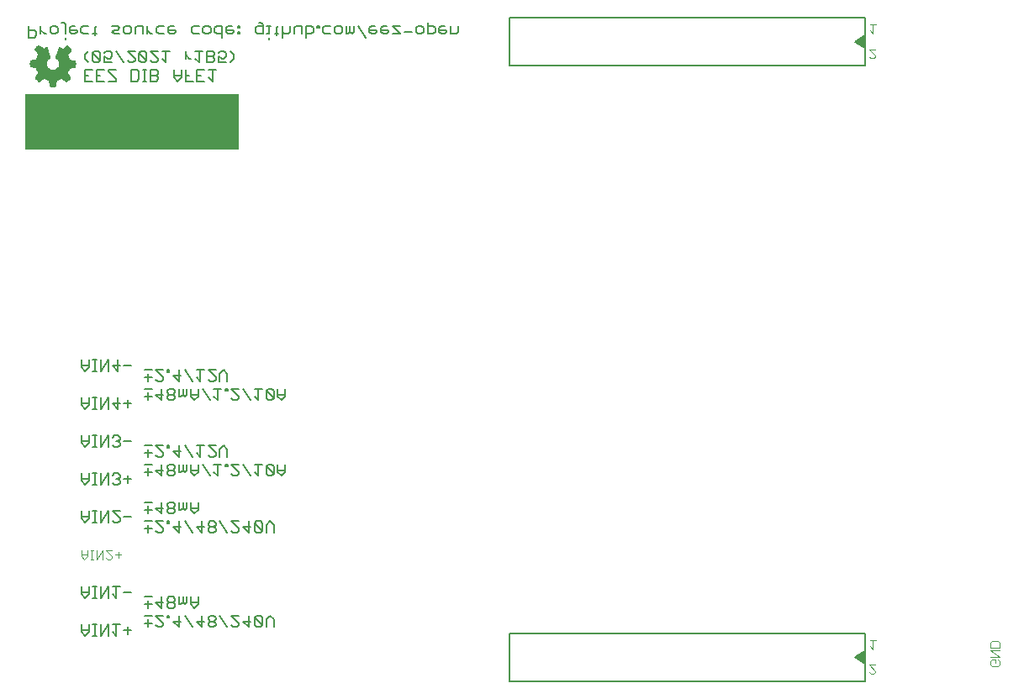
<source format=gbo>
G75*
%MOIN*%
%OFA0B0*%
%FSLAX25Y25*%
%IPPOS*%
%LPD*%
%AMOC8*
5,1,8,0,0,1.08239X$1,22.5*
%
%ADD10C,0.00500*%
%ADD11R,0.85100X0.22250*%
%ADD12R,0.01485X0.00015*%
%ADD13R,0.00045X0.00015*%
%ADD14R,0.00105X0.00015*%
%ADD15R,0.00165X0.00015*%
%ADD16R,0.00225X0.00015*%
%ADD17R,0.00285X0.00015*%
%ADD18R,0.00345X0.00015*%
%ADD19R,0.00405X0.00015*%
%ADD20R,0.00435X0.00015*%
%ADD21R,0.00465X0.00015*%
%ADD22R,0.00495X0.00015*%
%ADD23R,0.00540X0.00015*%
%ADD24R,0.00585X0.00015*%
%ADD25R,0.00645X0.00015*%
%ADD26R,0.00150X0.00015*%
%ADD27R,0.00675X0.00015*%
%ADD28R,0.00195X0.00015*%
%ADD29R,0.00705X0.00015*%
%ADD30R,0.00240X0.00015*%
%ADD31R,0.00735X0.00015*%
%ADD32R,0.00270X0.00015*%
%ADD33R,0.00765X0.00015*%
%ADD34R,0.00300X0.00015*%
%ADD35R,0.00810X0.00015*%
%ADD36R,0.00360X0.00015*%
%ADD37R,0.00855X0.00015*%
%ADD38R,0.00435X0.00015*%
%ADD39R,0.00915X0.00015*%
%ADD40R,0.00465X0.00015*%
%ADD41R,0.00945X0.00015*%
%ADD42R,0.00960X0.00015*%
%ADD43R,0.00525X0.00015*%
%ADD44R,0.00990X0.00015*%
%ADD45R,0.00555X0.00015*%
%ADD46R,0.01035X0.00015*%
%ADD47R,0.00600X0.00015*%
%ADD48R,0.01080X0.00015*%
%ADD49R,0.01125X0.00015*%
%ADD50R,0.01170X0.00015*%
%ADD51R,0.00720X0.00015*%
%ADD52R,0.01200X0.00015*%
%ADD53R,0.00750X0.00015*%
%ADD54R,0.01230X0.00015*%
%ADD55R,0.00780X0.00015*%
%ADD56R,0.01260X0.00015*%
%ADD57R,0.00810X0.00015*%
%ADD58R,0.01305X0.00015*%
%ADD59R,0.01365X0.00015*%
%ADD60R,0.00900X0.00015*%
%ADD61R,0.01395X0.00015*%
%ADD62R,0.01440X0.00015*%
%ADD63R,0.01470X0.00015*%
%ADD64R,0.01005X0.00015*%
%ADD65R,0.01500X0.00015*%
%ADD66R,0.01020X0.00015*%
%ADD67R,0.01530X0.00015*%
%ADD68R,0.01065X0.00015*%
%ADD69R,0.01575X0.00015*%
%ADD70R,0.01095X0.00015*%
%ADD71R,0.01635X0.00015*%
%ADD72R,0.01155X0.00015*%
%ADD73R,0.01680X0.00015*%
%ADD74R,0.01200X0.00015*%
%ADD75R,0.01710X0.00015*%
%ADD76R,0.01230X0.00015*%
%ADD77R,0.01725X0.00015*%
%ADD78R,0.01245X0.00015*%
%ADD79R,0.01755X0.00015*%
%ADD80R,0.01275X0.00015*%
%ADD81R,0.01800X0.00015*%
%ADD82R,0.01320X0.00015*%
%ADD83R,0.01860X0.00015*%
%ADD84R,0.01905X0.00015*%
%ADD85R,0.01410X0.00015*%
%ADD86R,0.01935X0.00015*%
%ADD87R,0.01455X0.00015*%
%ADD88R,0.01965X0.00015*%
%ADD89R,0.01485X0.00015*%
%ADD90R,0.01995X0.00015*%
%ADD91R,0.01515X0.00015*%
%ADD92R,0.02040X0.00015*%
%ADD93R,0.01530X0.00015*%
%ADD94R,0.02070X0.00015*%
%ADD95R,0.01575X0.00015*%
%ADD96R,0.02115X0.00015*%
%ADD97R,0.01620X0.00015*%
%ADD98R,0.02160X0.00015*%
%ADD99R,0.01665X0.00015*%
%ADD100R,0.02190X0.00015*%
%ADD101R,0.00075X0.00015*%
%ADD102R,0.01695X0.00015*%
%ADD103R,0.02220X0.00015*%
%ADD104R,0.00105X0.00015*%
%ADD105R,0.02235X0.00015*%
%ADD106R,0.00135X0.00015*%
%ADD107R,0.01755X0.00015*%
%ADD108R,0.02280X0.00015*%
%ADD109R,0.00180X0.00015*%
%ADD110R,0.01785X0.00015*%
%ADD111R,0.02340X0.00015*%
%ADD112R,0.00240X0.00015*%
%ADD113R,0.01830X0.00015*%
%ADD114R,0.02385X0.00015*%
%ADD115R,0.01890X0.00015*%
%ADD116R,0.02415X0.00015*%
%ADD117R,0.00330X0.00015*%
%ADD118R,0.00120X0.00015*%
%ADD119R,0.01920X0.00015*%
%ADD120R,0.02430X0.00015*%
%ADD121R,0.00375X0.00015*%
%ADD122R,0.02460X0.00015*%
%ADD123R,0.00405X0.00015*%
%ADD124R,0.00195X0.00015*%
%ADD125R,0.01965X0.00015*%
%ADD126R,0.02505X0.00015*%
%ADD127R,0.00210X0.00015*%
%ADD128R,0.02010X0.00015*%
%ADD129R,0.02535X0.00015*%
%ADD130R,0.00480X0.00015*%
%ADD131R,0.02580X0.00015*%
%ADD132R,0.00540X0.00015*%
%ADD133R,0.02085X0.00015*%
%ADD134R,0.02625X0.00015*%
%ADD135R,0.02130X0.00015*%
%ADD136R,0.02670X0.00015*%
%ADD137R,0.00630X0.00015*%
%ADD138R,0.02700X0.00015*%
%ADD139R,0.00660X0.00015*%
%ADD140R,0.00450X0.00015*%
%ADD141R,0.02190X0.00015*%
%ADD142R,0.02715X0.00015*%
%ADD143R,0.02205X0.00015*%
%ADD144R,0.02745X0.00015*%
%ADD145R,0.00510X0.00015*%
%ADD146R,0.02235X0.00015*%
%ADD147R,0.02775X0.00015*%
%ADD148R,0.02820X0.00015*%
%ADD149R,0.02310X0.00015*%
%ADD150R,0.02880X0.00015*%
%ADD151R,0.00855X0.00015*%
%ADD152R,0.02355X0.00015*%
%ADD153R,0.02895X0.00015*%
%ADD154R,0.00870X0.00015*%
%ADD155R,0.00660X0.00015*%
%ADD156R,0.02925X0.00015*%
%ADD157R,0.00690X0.00015*%
%ADD158R,0.02970X0.00015*%
%ADD159R,0.03000X0.00015*%
%ADD160R,0.00750X0.00015*%
%ADD161R,0.03045X0.00015*%
%ADD162R,0.01005X0.00015*%
%ADD163R,0.00780X0.00015*%
%ADD164R,0.02505X0.00015*%
%ADD165R,0.03090X0.00015*%
%ADD166R,0.01050X0.00015*%
%ADD167R,0.00825X0.00015*%
%ADD168R,0.02550X0.00015*%
%ADD169R,0.03135X0.00015*%
%ADD170R,0.01095X0.00015*%
%ADD171R,0.00870X0.00015*%
%ADD172R,0.03165X0.00015*%
%ADD173R,0.01125X0.00015*%
%ADD174R,0.02625X0.00015*%
%ADD175R,0.03195X0.00015*%
%ADD176R,0.01140X0.00015*%
%ADD177R,0.00930X0.00015*%
%ADD178R,0.02655X0.00015*%
%ADD179R,0.03210X0.00015*%
%ADD180R,0.00960X0.00015*%
%ADD181R,0.03240X0.00015*%
%ADD182R,0.02700X0.00015*%
%ADD183R,0.03285X0.00015*%
%ADD184R,0.01245X0.00015*%
%ADD185R,0.02745X0.00015*%
%ADD186R,0.03330X0.00015*%
%ADD187R,0.02790X0.00015*%
%ADD188R,0.03360X0.00015*%
%ADD189R,0.01110X0.00015*%
%ADD190R,0.02835X0.00015*%
%ADD191R,0.03390X0.00015*%
%ADD192R,0.01335X0.00015*%
%ADD193R,0.01140X0.00015*%
%ADD194R,0.02865X0.00015*%
%ADD195R,0.03420X0.00015*%
%ADD196R,0.01155X0.00015*%
%ADD197R,0.04905X0.00015*%
%ADD198R,0.04920X0.00015*%
%ADD199R,0.02940X0.00015*%
%ADD200R,0.04950X0.00015*%
%ADD201R,0.02985X0.00015*%
%ADD202R,0.04965X0.00015*%
%ADD203R,0.01275X0.00015*%
%ADD204R,0.03015X0.00015*%
%ADD205R,0.04980X0.00015*%
%ADD206R,0.03045X0.00015*%
%ADD207R,0.05010X0.00015*%
%ADD208R,0.01335X0.00015*%
%ADD209R,0.03075X0.00015*%
%ADD210R,0.01350X0.00015*%
%ADD211R,0.03105X0.00015*%
%ADD212R,0.05040X0.00015*%
%ADD213R,0.01380X0.00015*%
%ADD214R,0.05040X0.00015*%
%ADD215R,0.01410X0.00015*%
%ADD216R,0.03180X0.00015*%
%ADD217R,0.05070X0.00015*%
%ADD218R,0.03225X0.00015*%
%ADD219R,0.03255X0.00015*%
%ADD220R,0.05085X0.00015*%
%ADD221R,0.01515X0.00015*%
%ADD222R,0.03300X0.00015*%
%ADD223R,0.05100X0.00015*%
%ADD224R,0.04935X0.00015*%
%ADD225R,0.05115X0.00015*%
%ADD226R,0.04995X0.00015*%
%ADD227R,0.05130X0.00015*%
%ADD228R,0.05010X0.00015*%
%ADD229R,0.05130X0.00015*%
%ADD230R,0.05010X0.00015*%
%ADD231R,0.05025X0.00015*%
%ADD232R,0.05040X0.00015*%
%ADD233R,0.05055X0.00015*%
%ADD234R,0.05130X0.00015*%
%ADD235R,0.05085X0.00015*%
%ADD236R,0.05115X0.00015*%
%ADD237R,0.05145X0.00015*%
%ADD238R,0.05160X0.00015*%
%ADD239R,0.05130X0.00015*%
%ADD240R,0.05190X0.00015*%
%ADD241R,0.05190X0.00015*%
%ADD242R,0.05205X0.00015*%
%ADD243R,0.05220X0.00015*%
%ADD244R,0.05070X0.00015*%
%ADD245R,0.05085X0.00015*%
%ADD246R,0.05205X0.00015*%
%ADD247R,0.05220X0.00015*%
%ADD248R,0.05055X0.00015*%
%ADD249R,0.05025X0.00015*%
%ADD250R,0.05205X0.00015*%
%ADD251R,0.05025X0.00015*%
%ADD252R,0.05190X0.00015*%
%ADD253R,0.05190X0.00015*%
%ADD254R,0.04995X0.00015*%
%ADD255R,0.05175X0.00015*%
%ADD256R,0.04950X0.00015*%
%ADD257R,0.05145X0.00015*%
%ADD258R,0.05145X0.00015*%
%ADD259R,0.04920X0.00015*%
%ADD260R,0.04905X0.00015*%
%ADD261R,0.04905X0.00015*%
%ADD262R,0.05115X0.00015*%
%ADD263R,0.04890X0.00015*%
%ADD264R,0.04890X0.00015*%
%ADD265R,0.04875X0.00015*%
%ADD266R,0.04845X0.00015*%
%ADD267R,0.04830X0.00015*%
%ADD268R,0.04830X0.00015*%
%ADD269R,0.05070X0.00015*%
%ADD270R,0.04830X0.00015*%
%ADD271R,0.04815X0.00015*%
%ADD272R,0.04800X0.00015*%
%ADD273R,0.04800X0.00015*%
%ADD274R,0.05010X0.00015*%
%ADD275R,0.04785X0.00015*%
%ADD276R,0.04770X0.00015*%
%ADD277R,0.04770X0.00015*%
%ADD278R,0.04755X0.00015*%
%ADD279R,0.04740X0.00015*%
%ADD280R,0.04725X0.00015*%
%ADD281R,0.04725X0.00015*%
%ADD282R,0.04980X0.00015*%
%ADD283R,0.04710X0.00015*%
%ADD284R,0.04725X0.00015*%
%ADD285R,0.04710X0.00015*%
%ADD286R,0.04695X0.00015*%
%ADD287R,0.04680X0.00015*%
%ADD288R,0.04695X0.00015*%
%ADD289R,0.04680X0.00015*%
%ADD290R,0.04905X0.00015*%
%ADD291R,0.04665X0.00015*%
%ADD292R,0.04650X0.00015*%
%ADD293R,0.04635X0.00015*%
%ADD294R,0.04620X0.00015*%
%ADD295R,0.04620X0.00015*%
%ADD296R,0.04890X0.00015*%
%ADD297R,0.04605X0.00015*%
%ADD298R,0.04605X0.00015*%
%ADD299R,0.04590X0.00015*%
%ADD300R,0.04845X0.00015*%
%ADD301R,0.04575X0.00015*%
%ADD302R,0.04590X0.00015*%
%ADD303R,0.04575X0.00015*%
%ADD304R,0.04845X0.00015*%
%ADD305R,0.04560X0.00015*%
%ADD306R,0.04545X0.00015*%
%ADD307R,0.04530X0.00015*%
%ADD308R,0.04515X0.00015*%
%ADD309R,0.04530X0.00015*%
%ADD310R,0.04500X0.00015*%
%ADD311R,0.04515X0.00015*%
%ADD312R,0.04785X0.00015*%
%ADD313R,0.04485X0.00015*%
%ADD314R,0.04755X0.00015*%
%ADD315R,0.04470X0.00015*%
%ADD316R,0.04740X0.00015*%
%ADD317R,0.04485X0.00015*%
%ADD318R,0.04755X0.00015*%
%ADD319R,0.04545X0.00015*%
%ADD320R,0.04695X0.00015*%
%ADD321R,0.04680X0.00015*%
%ADD322R,0.04665X0.00015*%
%ADD323R,0.04725X0.00015*%
%ADD324R,0.04680X0.00015*%
%ADD325R,0.04860X0.00015*%
%ADD326R,0.04740X0.00015*%
%ADD327R,0.04875X0.00015*%
%ADD328R,0.04965X0.00015*%
%ADD329R,0.04860X0.00015*%
%ADD330R,0.04995X0.00015*%
%ADD331R,0.04875X0.00015*%
%ADD332R,0.04980X0.00015*%
%ADD333R,0.05235X0.00015*%
%ADD334R,0.05235X0.00015*%
%ADD335R,0.05250X0.00015*%
%ADD336R,0.05280X0.00015*%
%ADD337R,0.05295X0.00015*%
%ADD338R,0.05325X0.00015*%
%ADD339R,0.05340X0.00015*%
%ADD340R,0.05235X0.00015*%
%ADD341R,0.05355X0.00015*%
%ADD342R,0.05370X0.00015*%
%ADD343R,0.05265X0.00015*%
%ADD344R,0.05370X0.00015*%
%ADD345R,0.05280X0.00015*%
%ADD346R,0.05385X0.00015*%
%ADD347R,0.05295X0.00015*%
%ADD348R,0.05400X0.00015*%
%ADD349R,0.05415X0.00015*%
%ADD350R,0.05310X0.00015*%
%ADD351R,0.05430X0.00015*%
%ADD352R,0.05445X0.00015*%
%ADD353R,0.05460X0.00015*%
%ADD354R,0.05355X0.00015*%
%ADD355R,0.05475X0.00015*%
%ADD356R,0.05505X0.00015*%
%ADD357R,0.05520X0.00015*%
%ADD358R,0.05535X0.00015*%
%ADD359R,0.05550X0.00015*%
%ADD360R,0.05550X0.00015*%
%ADD361R,0.05475X0.00015*%
%ADD362R,0.05490X0.00015*%
%ADD363R,0.05475X0.00015*%
%ADD364R,0.05385X0.00015*%
%ADD365R,0.05370X0.00015*%
%ADD366R,0.05325X0.00015*%
%ADD367R,0.05310X0.00015*%
%ADD368R,0.05265X0.00015*%
%ADD369R,0.05175X0.00015*%
%ADD370R,0.04980X0.00015*%
%ADD371R,0.04965X0.00015*%
%ADD372R,0.04860X0.00015*%
%ADD373R,0.04845X0.00015*%
%ADD374R,0.04815X0.00015*%
%ADD375R,0.04770X0.00015*%
%ADD376R,0.05295X0.00015*%
%ADD377R,0.04635X0.00015*%
%ADD378R,0.05610X0.00015*%
%ADD379R,0.05700X0.00015*%
%ADD380R,0.05760X0.00015*%
%ADD381R,0.05805X0.00015*%
%ADD382R,0.05850X0.00015*%
%ADD383R,0.05895X0.00015*%
%ADD384R,0.06000X0.00015*%
%ADD385R,0.06135X0.00015*%
%ADD386R,0.06225X0.00015*%
%ADD387R,0.06300X0.00015*%
%ADD388R,0.06330X0.00015*%
%ADD389R,0.06375X0.00015*%
%ADD390R,0.06450X0.00015*%
%ADD391R,0.06570X0.00015*%
%ADD392R,0.05565X0.00015*%
%ADD393R,0.06690X0.00015*%
%ADD394R,0.06735X0.00015*%
%ADD395R,0.05790X0.00015*%
%ADD396R,0.06765X0.00015*%
%ADD397R,0.05850X0.00015*%
%ADD398R,0.06780X0.00015*%
%ADD399R,0.05895X0.00015*%
%ADD400R,0.06795X0.00015*%
%ADD401R,0.05955X0.00015*%
%ADD402R,0.06810X0.00015*%
%ADD403R,0.06060X0.00015*%
%ADD404R,0.06195X0.00015*%
%ADD405R,0.06825X0.00015*%
%ADD406R,0.06330X0.00015*%
%ADD407R,0.06840X0.00015*%
%ADD408R,0.06390X0.00015*%
%ADD409R,0.06495X0.00015*%
%ADD410R,0.06840X0.00015*%
%ADD411R,0.06555X0.00015*%
%ADD412R,0.06825X0.00015*%
%ADD413R,0.06645X0.00015*%
%ADD414R,0.06825X0.00015*%
%ADD415R,0.06705X0.00015*%
%ADD416R,0.06705X0.00015*%
%ADD417R,0.06810X0.00015*%
%ADD418R,0.06720X0.00015*%
%ADD419R,0.06795X0.00015*%
%ADD420R,0.06750X0.00015*%
%ADD421R,0.06765X0.00015*%
%ADD422R,0.06795X0.00015*%
%ADD423R,0.06780X0.00015*%
%ADD424R,0.06780X0.00015*%
%ADD425R,0.06750X0.00015*%
%ADD426R,0.06720X0.00015*%
%ADD427R,0.06720X0.00015*%
%ADD428R,0.06705X0.00015*%
%ADD429R,0.06705X0.00015*%
%ADD430R,0.06690X0.00015*%
%ADD431R,0.06675X0.00015*%
%ADD432R,0.06690X0.00015*%
%ADD433R,0.06675X0.00015*%
%ADD434R,0.06675X0.00015*%
%ADD435R,0.06660X0.00015*%
%ADD436R,0.06675X0.00015*%
%ADD437R,0.06660X0.00015*%
%ADD438R,0.06660X0.00015*%
%ADD439R,0.06645X0.00015*%
%ADD440R,0.06630X0.00015*%
%ADD441R,0.06660X0.00015*%
%ADD442R,0.06630X0.00015*%
%ADD443R,0.06645X0.00015*%
%ADD444R,0.06735X0.00015*%
%ADD445R,0.06765X0.00015*%
%ADD446R,0.06780X0.00015*%
%ADD447R,0.06825X0.00015*%
%ADD448R,0.06855X0.00015*%
%ADD449R,0.06855X0.00015*%
%ADD450R,0.06870X0.00015*%
%ADD451R,0.06885X0.00015*%
%ADD452R,0.06525X0.00015*%
%ADD453R,0.06405X0.00015*%
%ADD454R,0.06255X0.00015*%
%ADD455R,0.06165X0.00015*%
%ADD456R,0.06870X0.00015*%
%ADD457R,0.06120X0.00015*%
%ADD458R,0.06885X0.00015*%
%ADD459R,0.06060X0.00015*%
%ADD460R,0.06015X0.00015*%
%ADD461R,0.05910X0.00015*%
%ADD462R,0.05670X0.00015*%
%ADD463R,0.05595X0.00015*%
%ADD464R,0.06585X0.00015*%
%ADD465R,0.05160X0.00015*%
%ADD466R,0.06390X0.00015*%
%ADD467R,0.05025X0.00015*%
%ADD468R,0.06330X0.00015*%
%ADD469R,0.06075X0.00015*%
%ADD470R,0.05820X0.00015*%
%ADD471R,0.05775X0.00015*%
%ADD472R,0.05685X0.00015*%
%ADD473R,0.05460X0.00015*%
%ADD474R,0.04860X0.00015*%
%ADD475R,0.04935X0.00015*%
%ADD476R,0.05160X0.00015*%
%ADD477R,0.05325X0.00015*%
%ADD478R,0.05340X0.00015*%
%ADD479R,0.05355X0.00015*%
%ADD480R,0.05430X0.00015*%
%ADD481R,0.05535X0.00015*%
%ADD482R,0.05595X0.00015*%
%ADD483R,0.05640X0.00015*%
%ADD484R,0.05640X0.00015*%
%ADD485R,0.05670X0.00015*%
%ADD486R,0.05685X0.00015*%
%ADD487R,0.05700X0.00015*%
%ADD488R,0.05715X0.00015*%
%ADD489R,0.05715X0.00015*%
%ADD490R,0.05730X0.00015*%
%ADD491R,0.05745X0.00015*%
%ADD492R,0.05760X0.00015*%
%ADD493R,0.06000X0.00015*%
%ADD494R,0.06105X0.00015*%
%ADD495R,0.06180X0.00015*%
%ADD496R,0.06210X0.00015*%
%ADD497R,0.12690X0.00015*%
%ADD498R,0.12675X0.00015*%
%ADD499R,0.12660X0.00015*%
%ADD500R,0.12660X0.00015*%
%ADD501R,0.12645X0.00015*%
%ADD502R,0.12615X0.00015*%
%ADD503R,0.12600X0.00015*%
%ADD504R,0.12585X0.00015*%
%ADD505R,0.12555X0.00015*%
%ADD506R,0.12540X0.00015*%
%ADD507R,0.12525X0.00015*%
%ADD508R,0.12510X0.00015*%
%ADD509R,0.12510X0.00015*%
%ADD510R,0.12480X0.00015*%
%ADD511R,0.12450X0.00015*%
%ADD512R,0.12435X0.00015*%
%ADD513R,0.12420X0.00015*%
%ADD514R,0.12390X0.00015*%
%ADD515R,0.12375X0.00015*%
%ADD516R,0.12360X0.00015*%
%ADD517R,0.12330X0.00015*%
%ADD518R,0.12300X0.00015*%
%ADD519R,0.12285X0.00015*%
%ADD520R,0.12270X0.00015*%
%ADD521R,0.12255X0.00015*%
%ADD522R,0.12240X0.00015*%
%ADD523R,0.12225X0.00015*%
%ADD524R,0.12195X0.00015*%
%ADD525R,0.12165X0.00015*%
%ADD526R,0.12150X0.00015*%
%ADD527R,0.12135X0.00015*%
%ADD528R,0.12120X0.00015*%
%ADD529R,0.12090X0.00015*%
%ADD530R,0.12075X0.00015*%
%ADD531R,0.12060X0.00015*%
%ADD532R,0.12045X0.00015*%
%ADD533R,0.12015X0.00015*%
%ADD534R,0.12000X0.00015*%
%ADD535R,0.11985X0.00015*%
%ADD536R,0.11955X0.00015*%
%ADD537R,0.11940X0.00015*%
%ADD538R,0.11925X0.00015*%
%ADD539R,0.11910X0.00015*%
%ADD540R,0.11910X0.00015*%
%ADD541R,0.11880X0.00015*%
%ADD542R,0.11850X0.00015*%
%ADD543R,0.11835X0.00015*%
%ADD544R,0.11805X0.00015*%
%ADD545R,0.11775X0.00015*%
%ADD546R,0.11760X0.00015*%
%ADD547R,0.11745X0.00015*%
%ADD548R,0.11730X0.00015*%
%ADD549R,0.11700X0.00015*%
%ADD550R,0.11700X0.00015*%
%ADD551R,0.11685X0.00015*%
%ADD552R,0.11655X0.00015*%
%ADD553R,0.11640X0.00015*%
%ADD554R,0.11625X0.00015*%
%ADD555R,0.11625X0.00015*%
%ADD556R,0.11670X0.00015*%
%ADD557R,0.11715X0.00015*%
%ADD558R,0.11790X0.00015*%
%ADD559R,0.11820X0.00015*%
%ADD560R,0.11820X0.00015*%
%ADD561R,0.11880X0.00015*%
%ADD562R,0.11895X0.00015*%
%ADD563R,0.11970X0.00015*%
%ADD564R,0.12045X0.00015*%
%ADD565R,0.12075X0.00015*%
%ADD566R,0.12105X0.00015*%
%ADD567R,0.12135X0.00015*%
%ADD568R,0.12165X0.00015*%
%ADD569R,0.12180X0.00015*%
%ADD570R,0.12195X0.00015*%
%ADD571R,0.12210X0.00015*%
%ADD572R,0.12225X0.00015*%
%ADD573R,0.12255X0.00015*%
%ADD574R,0.12360X0.00015*%
%ADD575R,0.12390X0.00015*%
%ADD576R,0.12405X0.00015*%
%ADD577R,0.12435X0.00015*%
%ADD578R,0.12480X0.00015*%
%ADD579R,0.12480X0.00015*%
%ADD580R,0.12510X0.00015*%
%ADD581R,0.12570X0.00015*%
%ADD582R,0.12630X0.00015*%
%ADD583R,0.12675X0.00015*%
%ADD584R,0.12705X0.00015*%
%ADD585R,0.12735X0.00015*%
%ADD586R,0.12750X0.00015*%
%ADD587R,0.12780X0.00015*%
%ADD588R,0.12795X0.00015*%
%ADD589R,0.12810X0.00015*%
%ADD590R,0.12840X0.00015*%
%ADD591R,0.12855X0.00015*%
%ADD592R,0.12885X0.00015*%
%ADD593R,0.12900X0.00015*%
%ADD594R,0.12915X0.00015*%
%ADD595R,0.12945X0.00015*%
%ADD596R,0.12960X0.00015*%
%ADD597R,0.12990X0.00015*%
%ADD598R,0.13005X0.00015*%
%ADD599R,0.13020X0.00015*%
%ADD600R,0.13035X0.00015*%
%ADD601R,0.13065X0.00015*%
%ADD602R,0.13080X0.00015*%
%ADD603R,0.13110X0.00015*%
%ADD604R,0.13125X0.00015*%
%ADD605R,0.13155X0.00015*%
%ADD606R,0.13170X0.00015*%
%ADD607R,0.13200X0.00015*%
%ADD608R,0.13230X0.00015*%
%ADD609R,0.13260X0.00015*%
%ADD610R,0.13290X0.00015*%
%ADD611R,0.13320X0.00015*%
%ADD612R,0.13350X0.00015*%
%ADD613R,0.13365X0.00015*%
%ADD614R,0.13395X0.00015*%
%ADD615R,0.13425X0.00015*%
%ADD616R,0.13455X0.00015*%
%ADD617R,0.13470X0.00015*%
%ADD618R,0.13500X0.00015*%
%ADD619R,0.13530X0.00015*%
%ADD620R,0.13560X0.00015*%
%ADD621R,0.13575X0.00015*%
%ADD622R,0.13605X0.00015*%
%ADD623R,0.13635X0.00015*%
%ADD624R,0.13650X0.00015*%
%ADD625R,0.13680X0.00015*%
%ADD626R,0.13695X0.00015*%
%ADD627R,0.13725X0.00015*%
%ADD628R,0.13740X0.00015*%
%ADD629R,0.13770X0.00015*%
%ADD630R,0.13785X0.00015*%
%ADD631R,0.13800X0.00015*%
%ADD632R,0.13830X0.00015*%
%ADD633R,0.13860X0.00015*%
%ADD634R,0.13875X0.00015*%
%ADD635R,0.13905X0.00015*%
%ADD636R,0.13935X0.00015*%
%ADD637R,0.13950X0.00015*%
%ADD638R,0.13980X0.00015*%
%ADD639R,0.14010X0.00015*%
%ADD640R,0.14025X0.00015*%
%ADD641R,0.14055X0.00015*%
%ADD642R,0.14070X0.00015*%
%ADD643R,0.14085X0.00015*%
%ADD644R,0.14115X0.00015*%
%ADD645R,0.14145X0.00015*%
%ADD646R,0.14160X0.00015*%
%ADD647R,0.14190X0.00015*%
%ADD648R,0.14205X0.00015*%
%ADD649R,0.14220X0.00015*%
%ADD650R,0.14235X0.00015*%
%ADD651R,0.14265X0.00015*%
%ADD652R,0.14280X0.00015*%
%ADD653R,0.14295X0.00015*%
%ADD654R,0.14295X0.00015*%
%ADD655R,0.14250X0.00015*%
%ADD656R,0.14205X0.00015*%
%ADD657R,0.14175X0.00015*%
%ADD658R,0.14160X0.00015*%
%ADD659R,0.14130X0.00015*%
%ADD660R,0.14100X0.00015*%
%ADD661R,0.14040X0.00015*%
%ADD662R,0.14010X0.00015*%
%ADD663R,0.03465X0.00015*%
%ADD664R,0.10440X0.00015*%
%ADD665R,0.03420X0.00015*%
%ADD666R,0.10395X0.00015*%
%ADD667R,0.03375X0.00015*%
%ADD668R,0.10335X0.00015*%
%ADD669R,0.03570X0.00015*%
%ADD670R,0.06600X0.00015*%
%ADD671R,0.03525X0.00015*%
%ADD672R,0.03270X0.00015*%
%ADD673R,0.03495X0.00015*%
%ADD674R,0.03210X0.00015*%
%ADD675R,0.06480X0.00015*%
%ADD676R,0.03435X0.00015*%
%ADD677R,0.03165X0.00015*%
%ADD678R,0.03390X0.00015*%
%ADD679R,0.03120X0.00015*%
%ADD680R,0.06315X0.00015*%
%ADD681R,0.03345X0.00015*%
%ADD682R,0.03090X0.00015*%
%ADD683R,0.03075X0.00015*%
%ADD684R,0.06225X0.00015*%
%ADD685R,0.03270X0.00015*%
%ADD686R,0.06180X0.00015*%
%ADD687R,0.02970X0.00015*%
%ADD688R,0.06075X0.00015*%
%ADD689R,0.03195X0.00015*%
%ADD690R,0.02925X0.00015*%
%ADD691R,0.05985X0.00015*%
%ADD692R,0.03135X0.00015*%
%ADD693R,0.02850X0.00015*%
%ADD694R,0.05835X0.00015*%
%ADD695R,0.03030X0.00015*%
%ADD696R,0.02805X0.00015*%
%ADD697R,0.02730X0.00015*%
%ADD698R,0.05625X0.00015*%
%ADD699R,0.02925X0.00015*%
%ADD700R,0.02640X0.00015*%
%ADD701R,0.02595X0.00015*%
%ADD702R,0.02565X0.00015*%
%ADD703R,0.02760X0.00015*%
%ADD704R,0.02520X0.00015*%
%ADD705R,0.02730X0.00015*%
%ADD706R,0.02475X0.00015*%
%ADD707R,0.02685X0.00015*%
%ADD708R,0.02445X0.00015*%
%ADD709R,0.02400X0.00015*%
%ADD710R,0.02370X0.00015*%
%ADD711R,0.02565X0.00015*%
%ADD712R,0.02340X0.00015*%
%ADD713R,0.02325X0.00015*%
%ADD714R,0.02505X0.00015*%
%ADD715R,0.02280X0.00015*%
%ADD716R,0.02460X0.00015*%
%ADD717R,0.04560X0.00015*%
%ADD718R,0.02190X0.00015*%
%ADD719R,0.04440X0.00015*%
%ADD720R,0.02370X0.00015*%
%ADD721R,0.02145X0.00015*%
%ADD722R,0.04365X0.00015*%
%ADD723R,0.04320X0.00015*%
%ADD724R,0.02310X0.00015*%
%ADD725R,0.02100X0.00015*%
%ADD726R,0.04260X0.00015*%
%ADD727R,0.04200X0.00015*%
%ADD728R,0.02265X0.00015*%
%ADD729R,0.02040X0.00015*%
%ADD730R,0.04095X0.00015*%
%ADD731R,0.02220X0.00015*%
%ADD732R,0.03915X0.00015*%
%ADD733R,0.02175X0.00015*%
%ADD734R,0.03765X0.00015*%
%ADD735R,0.03675X0.00015*%
%ADD736R,0.01890X0.00015*%
%ADD737R,0.03615X0.00015*%
%ADD738R,0.02055X0.00015*%
%ADD739R,0.01860X0.00015*%
%ADD740R,0.03555X0.00015*%
%ADD741R,0.01815X0.00015*%
%ADD742R,0.03450X0.00015*%
%ADD743R,0.01725X0.00015*%
%ADD744R,0.03315X0.00015*%
%ADD745R,0.01905X0.00015*%
%ADD746R,0.01680X0.00015*%
%ADD747R,0.01650X0.00015*%
%ADD748R,0.01620X0.00015*%
%ADD749R,0.01590X0.00015*%
%ADD750R,0.01770X0.00015*%
%ADD751R,0.01560X0.00015*%
%ADD752R,0.03240X0.00015*%
%ADD753R,0.01740X0.00015*%
%ADD754R,0.01665X0.00015*%
%ADD755R,0.01455X0.00015*%
%ADD756R,0.01635X0.00015*%
%ADD757R,0.01410X0.00015*%
%ADD758R,0.01395X0.00015*%
%ADD759R,0.01365X0.00015*%
%ADD760R,0.01335X0.00015*%
%ADD761R,0.01290X0.00015*%
%ADD762R,0.03210X0.00015*%
%ADD763R,0.01455X0.00015*%
%ADD764R,0.01185X0.00015*%
%ADD765R,0.01290X0.00015*%
%ADD766R,0.01110X0.00015*%
%ADD767R,0.01260X0.00015*%
%ADD768R,0.03180X0.00015*%
%ADD769R,0.00975X0.00015*%
%ADD770R,0.03150X0.00015*%
%ADD771R,0.00885X0.00015*%
%ADD772R,0.03150X0.00015*%
%ADD773R,0.01050X0.00015*%
%ADD774R,0.00795X0.00015*%
%ADD775R,0.00885X0.00015*%
%ADD776R,0.00690X0.00015*%
%ADD777R,0.00840X0.00015*%
%ADD778R,0.00570X0.00015*%
%ADD779R,0.00525X0.00015*%
%ADD780R,0.03105X0.00015*%
%ADD781R,0.00660X0.00015*%
%ADD782R,0.00615X0.00015*%
%ADD783R,0.00420X0.00015*%
%ADD784R,0.00555X0.00015*%
%ADD785R,0.00390X0.00015*%
%ADD786R,0.00525X0.00015*%
%ADD787R,0.00360X0.00015*%
%ADD788R,0.00495X0.00015*%
%ADD789R,0.03075X0.00015*%
%ADD790R,0.00450X0.00015*%
%ADD791R,0.00225X0.00015*%
%ADD792R,0.00345X0.00015*%
%ADD793R,0.00255X0.00015*%
%ADD794R,0.03060X0.00015*%
%ADD795R,0.00180X0.00015*%
%ADD796R,0.00075X0.00015*%
%ADD797R,0.03000X0.00015*%
%ADD798R,0.02955X0.00015*%
%ADD799R,0.02940X0.00015*%
%ADD800R,0.02940X0.00015*%
%ADD801R,0.02910X0.00015*%
%ADD802R,0.02910X0.00015*%
%ADD803R,0.02865X0.00015*%
%ADD804R,0.02805X0.00015*%
%ADD805R,0.02775X0.00015*%
%ADD806R,0.02760X0.00015*%
%ADD807R,0.02655X0.00015*%
%ADD808R,0.02640X0.00015*%
%ADD809R,0.02610X0.00015*%
%ADD810R,0.02595X0.00015*%
%ADD811R,0.02535X0.00015*%
%ADD812R,0.02475X0.00015*%
%ADD813R,0.02175X0.00015*%
%ADD814R,0.01575X0.00015*%
%ADD815C,0.00400*%
%ADD816C,0.00800*%
D10*
X0041700Y0041927D02*
X0043201Y0043429D01*
X0043201Y0046431D01*
X0044803Y0046431D02*
X0046304Y0046431D01*
X0045553Y0046431D02*
X0045553Y0041927D01*
X0044803Y0041927D02*
X0046304Y0041927D01*
X0047872Y0041927D02*
X0050875Y0046431D01*
X0050875Y0041927D01*
X0052476Y0043429D02*
X0053977Y0041927D01*
X0053977Y0046431D01*
X0052476Y0046431D02*
X0055479Y0046431D01*
X0057080Y0044179D02*
X0060082Y0044179D01*
X0058581Y0042678D02*
X0058581Y0045680D01*
X0065165Y0046944D02*
X0068168Y0046944D01*
X0069769Y0046194D02*
X0070520Y0045443D01*
X0072021Y0045443D01*
X0072771Y0046194D01*
X0072771Y0046944D01*
X0069769Y0049947D01*
X0072771Y0049947D01*
X0074373Y0049947D02*
X0074373Y0049196D01*
X0075123Y0049196D01*
X0075123Y0049947D01*
X0074373Y0049947D01*
X0075123Y0052943D02*
X0076625Y0052943D01*
X0077375Y0053694D01*
X0077375Y0054444D01*
X0076625Y0055195D01*
X0075123Y0055195D01*
X0074373Y0054444D01*
X0074373Y0053694D01*
X0075123Y0052943D01*
X0075123Y0055195D02*
X0074373Y0055946D01*
X0074373Y0056696D01*
X0075123Y0057447D01*
X0076625Y0057447D01*
X0077375Y0056696D01*
X0077375Y0055946D01*
X0076625Y0055195D01*
X0078977Y0054444D02*
X0079727Y0054444D01*
X0080478Y0055195D01*
X0081229Y0054444D01*
X0081979Y0055195D01*
X0081979Y0057447D01*
X0080478Y0057447D02*
X0080478Y0055195D01*
X0078977Y0054444D02*
X0078977Y0057447D01*
X0083581Y0057447D02*
X0083581Y0054444D01*
X0085082Y0052943D01*
X0086583Y0054444D01*
X0086583Y0057447D01*
X0086583Y0055195D02*
X0083581Y0055195D01*
X0081279Y0049947D02*
X0084281Y0045443D01*
X0085883Y0047695D02*
X0088885Y0047695D01*
X0090487Y0048446D02*
X0091237Y0047695D01*
X0092738Y0047695D01*
X0093489Y0048446D01*
X0093489Y0049196D01*
X0092738Y0049947D01*
X0091237Y0049947D01*
X0090487Y0049196D01*
X0090487Y0048446D01*
X0091237Y0047695D02*
X0090487Y0046944D01*
X0090487Y0046194D01*
X0091237Y0045443D01*
X0092738Y0045443D01*
X0093489Y0046194D01*
X0093489Y0046944D01*
X0092738Y0047695D01*
X0095090Y0049947D02*
X0098093Y0045443D01*
X0099694Y0046194D02*
X0100445Y0045443D01*
X0101946Y0045443D01*
X0102697Y0046194D01*
X0102697Y0046944D01*
X0099694Y0049947D01*
X0102697Y0049947D01*
X0104298Y0047695D02*
X0107301Y0047695D01*
X0108902Y0049196D02*
X0111905Y0046194D01*
X0111905Y0049196D01*
X0111154Y0049947D01*
X0109653Y0049947D01*
X0108902Y0049196D01*
X0108902Y0046194D01*
X0109653Y0045443D01*
X0111154Y0045443D01*
X0111905Y0046194D01*
X0113506Y0045443D02*
X0113506Y0048446D01*
X0115007Y0049947D01*
X0116509Y0048446D01*
X0116509Y0045443D01*
X0106550Y0045443D02*
X0106550Y0049947D01*
X0104298Y0047695D02*
X0106550Y0045443D01*
X0088135Y0045443D02*
X0085883Y0047695D01*
X0088135Y0049947D02*
X0088135Y0045443D01*
X0079677Y0047695D02*
X0076675Y0047695D01*
X0078927Y0045443D01*
X0078927Y0049947D01*
X0072021Y0052943D02*
X0069769Y0055195D01*
X0072771Y0055195D01*
X0072021Y0057447D02*
X0072021Y0052943D01*
X0068168Y0054444D02*
X0065165Y0054444D01*
X0066666Y0052943D02*
X0066666Y0055946D01*
X0065165Y0057447D02*
X0068168Y0057447D01*
X0068168Y0049947D02*
X0065165Y0049947D01*
X0066666Y0048446D02*
X0066666Y0045443D01*
X0047872Y0046431D02*
X0047872Y0041927D01*
X0043201Y0044179D02*
X0040199Y0044179D01*
X0040199Y0043429D02*
X0040199Y0046431D01*
X0040199Y0043429D02*
X0041700Y0041927D01*
X0041700Y0056927D02*
X0043201Y0058429D01*
X0043201Y0061431D01*
X0044803Y0061431D02*
X0046304Y0061431D01*
X0045553Y0061431D02*
X0045553Y0056927D01*
X0044803Y0056927D02*
X0046304Y0056927D01*
X0047872Y0056927D02*
X0050875Y0061431D01*
X0050875Y0056927D01*
X0052476Y0058429D02*
X0053977Y0056927D01*
X0053977Y0061431D01*
X0052476Y0061431D02*
X0055479Y0061431D01*
X0057080Y0059179D02*
X0060082Y0059179D01*
X0047872Y0061431D02*
X0047872Y0056927D01*
X0043201Y0059179D02*
X0040199Y0059179D01*
X0040199Y0058429D02*
X0041700Y0056927D01*
X0040199Y0058429D02*
X0040199Y0061431D01*
X0065165Y0084444D02*
X0068168Y0084444D01*
X0069769Y0083694D02*
X0070520Y0082943D01*
X0072021Y0082943D01*
X0072771Y0083694D01*
X0072771Y0084444D01*
X0069769Y0087447D01*
X0072771Y0087447D01*
X0074373Y0087447D02*
X0075123Y0087447D01*
X0075123Y0086696D01*
X0074373Y0086696D01*
X0074373Y0087447D01*
X0076675Y0085195D02*
X0079677Y0085195D01*
X0078927Y0087447D02*
X0078927Y0082943D01*
X0076675Y0085195D01*
X0081279Y0087447D02*
X0084281Y0082943D01*
X0085883Y0085195D02*
X0088885Y0085195D01*
X0090487Y0085946D02*
X0091237Y0085195D01*
X0092738Y0085195D01*
X0093489Y0085946D01*
X0093489Y0086696D01*
X0092738Y0087447D01*
X0091237Y0087447D01*
X0090487Y0086696D01*
X0090487Y0085946D01*
X0091237Y0085195D02*
X0090487Y0084444D01*
X0090487Y0083694D01*
X0091237Y0082943D01*
X0092738Y0082943D01*
X0093489Y0083694D01*
X0093489Y0084444D01*
X0092738Y0085195D01*
X0095090Y0087447D02*
X0098093Y0082943D01*
X0099694Y0083694D02*
X0100445Y0082943D01*
X0101946Y0082943D01*
X0102697Y0083694D01*
X0102697Y0084444D01*
X0099694Y0087447D01*
X0102697Y0087447D01*
X0104298Y0085195D02*
X0106550Y0082943D01*
X0106550Y0087447D01*
X0107301Y0085195D02*
X0104298Y0085195D01*
X0108902Y0086696D02*
X0111905Y0083694D01*
X0111905Y0086696D01*
X0111154Y0087447D01*
X0109653Y0087447D01*
X0108902Y0086696D01*
X0108902Y0083694D01*
X0109653Y0082943D01*
X0111154Y0082943D01*
X0111905Y0083694D01*
X0113506Y0082943D02*
X0113506Y0085946D01*
X0115007Y0087447D01*
X0116509Y0085946D01*
X0116509Y0082943D01*
X0088135Y0082943D02*
X0085883Y0085195D01*
X0088135Y0087447D02*
X0088135Y0082943D01*
X0085082Y0090443D02*
X0086583Y0091944D01*
X0086583Y0094947D01*
X0086583Y0092695D02*
X0083581Y0092695D01*
X0083581Y0091944D02*
X0085082Y0090443D01*
X0083581Y0091944D02*
X0083581Y0094947D01*
X0081979Y0094947D02*
X0081979Y0092695D01*
X0081229Y0091944D01*
X0080478Y0092695D01*
X0080478Y0094947D01*
X0078977Y0094947D02*
X0078977Y0091944D01*
X0079727Y0091944D01*
X0080478Y0092695D01*
X0077375Y0093446D02*
X0077375Y0094196D01*
X0076625Y0094947D01*
X0075123Y0094947D01*
X0074373Y0094196D01*
X0074373Y0093446D01*
X0075123Y0092695D01*
X0076625Y0092695D01*
X0077375Y0093446D01*
X0076625Y0092695D02*
X0077375Y0091944D01*
X0077375Y0091194D01*
X0076625Y0090443D01*
X0075123Y0090443D01*
X0074373Y0091194D01*
X0074373Y0091944D01*
X0075123Y0092695D01*
X0072771Y0092695D02*
X0069769Y0092695D01*
X0072021Y0090443D01*
X0072021Y0094947D01*
X0068168Y0094947D02*
X0065165Y0094947D01*
X0066666Y0093446D02*
X0066666Y0090443D01*
X0065165Y0091944D02*
X0068168Y0091944D01*
X0068168Y0087447D02*
X0065165Y0087447D01*
X0066666Y0085946D02*
X0066666Y0082943D01*
X0060082Y0089179D02*
X0057080Y0089179D01*
X0055479Y0088429D02*
X0055479Y0087678D01*
X0054728Y0086927D01*
X0053227Y0086927D01*
X0052476Y0087678D01*
X0050875Y0086927D02*
X0050875Y0091431D01*
X0047872Y0086927D01*
X0047872Y0091431D01*
X0046304Y0091431D02*
X0044803Y0091431D01*
X0045553Y0091431D02*
X0045553Y0086927D01*
X0044803Y0086927D02*
X0046304Y0086927D01*
X0043201Y0088429D02*
X0043201Y0091431D01*
X0043201Y0089179D02*
X0040199Y0089179D01*
X0040199Y0088429D02*
X0041700Y0086927D01*
X0043201Y0088429D01*
X0040199Y0088429D02*
X0040199Y0091431D01*
X0052476Y0091431D02*
X0055479Y0088429D01*
X0055479Y0091431D02*
X0052476Y0091431D01*
X0053227Y0101927D02*
X0054728Y0101927D01*
X0055479Y0102678D01*
X0055479Y0103429D01*
X0054728Y0104179D01*
X0055479Y0104930D01*
X0055479Y0105680D01*
X0054728Y0106431D01*
X0053227Y0106431D01*
X0052476Y0105680D01*
X0050875Y0106431D02*
X0050875Y0101927D01*
X0052476Y0102678D02*
X0053227Y0101927D01*
X0053977Y0104179D02*
X0054728Y0104179D01*
X0057080Y0104179D02*
X0060082Y0104179D01*
X0058581Y0102678D02*
X0058581Y0105680D01*
X0065165Y0106944D02*
X0068168Y0106944D01*
X0069769Y0107695D02*
X0072771Y0107695D01*
X0074373Y0108446D02*
X0075123Y0107695D01*
X0076625Y0107695D01*
X0077375Y0108446D01*
X0077375Y0109196D01*
X0076625Y0109947D01*
X0075123Y0109947D01*
X0074373Y0109196D01*
X0074373Y0108446D01*
X0075123Y0107695D02*
X0074373Y0106944D01*
X0074373Y0106194D01*
X0075123Y0105443D01*
X0076625Y0105443D01*
X0077375Y0106194D01*
X0077375Y0106944D01*
X0076625Y0107695D01*
X0078977Y0106944D02*
X0079727Y0106944D01*
X0080478Y0107695D01*
X0081229Y0106944D01*
X0081979Y0107695D01*
X0081979Y0109947D01*
X0080478Y0109947D02*
X0080478Y0107695D01*
X0078977Y0106944D02*
X0078977Y0109947D01*
X0078927Y0112943D02*
X0076675Y0115195D01*
X0079677Y0115195D01*
X0078927Y0117447D02*
X0078927Y0112943D01*
X0081279Y0117447D02*
X0084281Y0112943D01*
X0085883Y0114444D02*
X0087384Y0112943D01*
X0087384Y0117447D01*
X0085883Y0117447D02*
X0088885Y0117447D01*
X0090487Y0117447D02*
X0093489Y0114444D01*
X0093489Y0113694D01*
X0092738Y0112943D01*
X0091237Y0112943D01*
X0090487Y0113694D01*
X0092789Y0109947D02*
X0095791Y0109947D01*
X0094290Y0109947D02*
X0094290Y0105443D01*
X0092789Y0106944D01*
X0091187Y0105443D02*
X0088185Y0109947D01*
X0086583Y0109947D02*
X0086583Y0106944D01*
X0085082Y0105443D01*
X0083581Y0106944D01*
X0083581Y0109947D01*
X0083581Y0107695D02*
X0086583Y0107695D01*
X0095090Y0112943D02*
X0095090Y0115946D01*
X0096592Y0117447D01*
X0098093Y0115946D01*
X0098093Y0112943D01*
X0098143Y0109947D02*
X0097392Y0109947D01*
X0097392Y0109196D01*
X0098143Y0109196D01*
X0098143Y0109947D01*
X0099694Y0109947D02*
X0102697Y0106944D01*
X0102697Y0106194D01*
X0101946Y0105443D01*
X0100445Y0105443D01*
X0099694Y0106194D01*
X0099694Y0109947D02*
X0102697Y0109947D01*
X0104298Y0109947D02*
X0107301Y0105443D01*
X0108902Y0106944D02*
X0110404Y0105443D01*
X0110404Y0109947D01*
X0111905Y0109947D02*
X0108902Y0109947D01*
X0113506Y0109196D02*
X0113506Y0106194D01*
X0114257Y0105443D01*
X0115758Y0105443D01*
X0116509Y0106194D01*
X0113506Y0109196D01*
X0114257Y0109947D01*
X0115758Y0109947D01*
X0116509Y0109196D01*
X0116509Y0106194D01*
X0118110Y0106944D02*
X0119611Y0105443D01*
X0121113Y0106944D01*
X0121113Y0109947D01*
X0121113Y0107695D02*
X0118110Y0107695D01*
X0118110Y0106944D02*
X0118110Y0109947D01*
X0093489Y0117447D02*
X0090487Y0117447D01*
X0075123Y0117447D02*
X0074373Y0117447D01*
X0074373Y0116696D01*
X0075123Y0116696D01*
X0075123Y0117447D01*
X0072771Y0117447D02*
X0069769Y0117447D01*
X0072771Y0114444D01*
X0072771Y0113694D01*
X0072021Y0112943D01*
X0070520Y0112943D01*
X0069769Y0113694D01*
X0068168Y0114444D02*
X0065165Y0114444D01*
X0066666Y0112943D02*
X0066666Y0115946D01*
X0065165Y0117447D02*
X0068168Y0117447D01*
X0060082Y0119179D02*
X0057080Y0119179D01*
X0055479Y0118429D02*
X0054728Y0119179D01*
X0055479Y0119930D01*
X0055479Y0120680D01*
X0054728Y0121431D01*
X0053227Y0121431D01*
X0052476Y0120680D01*
X0050875Y0121431D02*
X0050875Y0116927D01*
X0052476Y0117678D02*
X0053227Y0116927D01*
X0054728Y0116927D01*
X0055479Y0117678D01*
X0055479Y0118429D01*
X0054728Y0119179D02*
X0053977Y0119179D01*
X0050875Y0121431D02*
X0047872Y0116927D01*
X0047872Y0121431D01*
X0046304Y0121431D02*
X0044803Y0121431D01*
X0045553Y0121431D02*
X0045553Y0116927D01*
X0044803Y0116927D02*
X0046304Y0116927D01*
X0043201Y0118429D02*
X0043201Y0121431D01*
X0043201Y0119179D02*
X0040199Y0119179D01*
X0040199Y0118429D02*
X0041700Y0116927D01*
X0043201Y0118429D01*
X0040199Y0118429D02*
X0040199Y0121431D01*
X0041700Y0131927D02*
X0043201Y0133429D01*
X0043201Y0136431D01*
X0044803Y0136431D02*
X0046304Y0136431D01*
X0045553Y0136431D02*
X0045553Y0131927D01*
X0044803Y0131927D02*
X0046304Y0131927D01*
X0047872Y0131927D02*
X0050875Y0136431D01*
X0050875Y0131927D01*
X0052476Y0134179D02*
X0054728Y0131927D01*
X0054728Y0136431D01*
X0055479Y0134179D02*
X0052476Y0134179D01*
X0057080Y0134179D02*
X0060082Y0134179D01*
X0058581Y0132678D02*
X0058581Y0135680D01*
X0065165Y0136944D02*
X0068168Y0136944D01*
X0069769Y0137695D02*
X0072021Y0135443D01*
X0072021Y0139947D01*
X0072771Y0137695D02*
X0069769Y0137695D01*
X0068168Y0139947D02*
X0065165Y0139947D01*
X0066666Y0138446D02*
X0066666Y0135443D01*
X0074373Y0136194D02*
X0074373Y0136944D01*
X0075123Y0137695D01*
X0076625Y0137695D01*
X0077375Y0138446D01*
X0077375Y0139196D01*
X0076625Y0139947D01*
X0075123Y0139947D01*
X0074373Y0139196D01*
X0074373Y0138446D01*
X0075123Y0137695D01*
X0076625Y0137695D02*
X0077375Y0136944D01*
X0077375Y0136194D01*
X0076625Y0135443D01*
X0075123Y0135443D01*
X0074373Y0136194D01*
X0078977Y0136944D02*
X0079727Y0136944D01*
X0080478Y0137695D01*
X0081229Y0136944D01*
X0081979Y0137695D01*
X0081979Y0139947D01*
X0080478Y0139947D02*
X0080478Y0137695D01*
X0078977Y0136944D02*
X0078977Y0139947D01*
X0083581Y0139947D02*
X0083581Y0136944D01*
X0085082Y0135443D01*
X0086583Y0136944D01*
X0086583Y0139947D01*
X0088185Y0139947D02*
X0091187Y0135443D01*
X0092789Y0136944D02*
X0094290Y0135443D01*
X0094290Y0139947D01*
X0092789Y0139947D02*
X0095791Y0139947D01*
X0097392Y0139947D02*
X0098143Y0139947D01*
X0098143Y0139196D01*
X0097392Y0139196D01*
X0097392Y0139947D01*
X0099694Y0139947D02*
X0102697Y0136944D01*
X0102697Y0136194D01*
X0101946Y0135443D01*
X0100445Y0135443D01*
X0099694Y0136194D01*
X0099694Y0139947D02*
X0102697Y0139947D01*
X0104298Y0139947D02*
X0107301Y0135443D01*
X0108902Y0136944D02*
X0110404Y0135443D01*
X0110404Y0139947D01*
X0111905Y0139947D02*
X0108902Y0139947D01*
X0113506Y0139196D02*
X0113506Y0136194D01*
X0114257Y0135443D01*
X0115758Y0135443D01*
X0116509Y0136194D01*
X0113506Y0139196D01*
X0114257Y0139947D01*
X0115758Y0139947D01*
X0116509Y0139196D01*
X0116509Y0136194D01*
X0118110Y0136944D02*
X0119611Y0135443D01*
X0121113Y0136944D01*
X0121113Y0139947D01*
X0121113Y0137695D02*
X0118110Y0137695D01*
X0118110Y0136944D02*
X0118110Y0139947D01*
X0098093Y0142943D02*
X0098093Y0145946D01*
X0096592Y0147447D01*
X0095090Y0145946D01*
X0095090Y0142943D01*
X0093489Y0143694D02*
X0092738Y0142943D01*
X0091237Y0142943D01*
X0090487Y0143694D01*
X0093489Y0143694D02*
X0093489Y0144444D01*
X0090487Y0147447D01*
X0093489Y0147447D01*
X0088885Y0147447D02*
X0085883Y0147447D01*
X0087384Y0147447D02*
X0087384Y0142943D01*
X0085883Y0144444D01*
X0084281Y0142943D02*
X0081279Y0147447D01*
X0078927Y0147447D02*
X0078927Y0142943D01*
X0076675Y0145195D01*
X0079677Y0145195D01*
X0075123Y0146696D02*
X0075123Y0147447D01*
X0074373Y0147447D01*
X0074373Y0146696D01*
X0075123Y0146696D01*
X0072771Y0147447D02*
X0069769Y0147447D01*
X0072771Y0144444D01*
X0072771Y0143694D01*
X0072021Y0142943D01*
X0070520Y0142943D01*
X0069769Y0143694D01*
X0068168Y0144444D02*
X0065165Y0144444D01*
X0066666Y0142943D02*
X0066666Y0145946D01*
X0065165Y0147447D02*
X0068168Y0147447D01*
X0060082Y0149179D02*
X0057080Y0149179D01*
X0055479Y0149179D02*
X0052476Y0149179D01*
X0054728Y0146927D01*
X0054728Y0151431D01*
X0050875Y0151431D02*
X0050875Y0146927D01*
X0047872Y0146927D02*
X0047872Y0151431D01*
X0046304Y0151431D02*
X0044803Y0151431D01*
X0045553Y0151431D02*
X0045553Y0146927D01*
X0044803Y0146927D02*
X0046304Y0146927D01*
X0047872Y0146927D02*
X0050875Y0151431D01*
X0043201Y0151431D02*
X0043201Y0148429D01*
X0041700Y0146927D01*
X0040199Y0148429D01*
X0040199Y0151431D01*
X0040199Y0149179D02*
X0043201Y0149179D01*
X0040199Y0136431D02*
X0040199Y0133429D01*
X0041700Y0131927D01*
X0040199Y0134179D02*
X0043201Y0134179D01*
X0047872Y0136431D02*
X0047872Y0131927D01*
X0083581Y0137695D02*
X0086583Y0137695D01*
X0072021Y0109947D02*
X0072021Y0105443D01*
X0069769Y0107695D01*
X0068168Y0109947D02*
X0065165Y0109947D01*
X0066666Y0108446D02*
X0066666Y0105443D01*
X0050875Y0106431D02*
X0047872Y0101927D01*
X0047872Y0106431D01*
X0046304Y0106431D02*
X0044803Y0106431D01*
X0045553Y0106431D02*
X0045553Y0101927D01*
X0044803Y0101927D02*
X0046304Y0101927D01*
X0043201Y0103429D02*
X0043201Y0106431D01*
X0043201Y0104179D02*
X0040199Y0104179D01*
X0040199Y0103429D02*
X0041700Y0101927D01*
X0043201Y0103429D01*
X0040199Y0103429D02*
X0040199Y0106431D01*
X0346973Y0033461D02*
X0350973Y0030961D01*
X0350973Y0035961D01*
X0346973Y0033461D01*
X0347283Y0033654D02*
X0350973Y0033654D01*
X0350973Y0033156D02*
X0347461Y0033156D01*
X0348259Y0032657D02*
X0350973Y0032657D01*
X0350973Y0032159D02*
X0349056Y0032159D01*
X0349854Y0031660D02*
X0350973Y0031660D01*
X0350973Y0031162D02*
X0350651Y0031162D01*
X0350973Y0034153D02*
X0348081Y0034153D01*
X0348878Y0034651D02*
X0350973Y0034651D01*
X0350973Y0035150D02*
X0349676Y0035150D01*
X0350474Y0035648D02*
X0350973Y0035648D01*
X0092219Y0262043D02*
X0092219Y0266547D01*
X0090718Y0266547D02*
X0093721Y0266547D01*
X0094555Y0269543D02*
X0094555Y0271795D01*
X0096056Y0271044D01*
X0096806Y0271044D01*
X0097557Y0271795D01*
X0097557Y0273296D01*
X0096806Y0274047D01*
X0095305Y0274047D01*
X0094555Y0273296D01*
X0092953Y0273296D02*
X0092203Y0274047D01*
X0089951Y0274047D01*
X0089951Y0269543D01*
X0092203Y0269543D01*
X0092953Y0270294D01*
X0092953Y0271044D01*
X0092203Y0271795D01*
X0089951Y0271795D01*
X0092203Y0271795D02*
X0092953Y0272546D01*
X0092953Y0273296D01*
X0094555Y0269543D02*
X0097557Y0269543D01*
X0099159Y0269543D02*
X0100660Y0271044D01*
X0100660Y0272546D01*
X0099159Y0274047D01*
X0096080Y0279393D02*
X0096080Y0283897D01*
X0093828Y0283897D01*
X0093078Y0283146D01*
X0093078Y0281645D01*
X0093828Y0280894D01*
X0096080Y0280894D01*
X0097682Y0281645D02*
X0097682Y0283146D01*
X0098432Y0283897D01*
X0099934Y0283897D01*
X0100684Y0282396D02*
X0097682Y0282396D01*
X0097682Y0281645D02*
X0098432Y0280894D01*
X0099934Y0280894D01*
X0100684Y0281645D01*
X0100684Y0282396D01*
X0102286Y0283146D02*
X0102286Y0283897D01*
X0103036Y0283897D01*
X0103036Y0283146D01*
X0102286Y0283146D01*
X0102286Y0281645D02*
X0102286Y0280894D01*
X0103036Y0280894D01*
X0103036Y0281645D01*
X0102286Y0281645D01*
X0109191Y0281645D02*
X0109191Y0283146D01*
X0109942Y0283897D01*
X0112194Y0283897D01*
X0112194Y0284647D02*
X0112194Y0280894D01*
X0109942Y0280894D01*
X0109191Y0281645D01*
X0110693Y0285398D02*
X0111443Y0285398D01*
X0112194Y0284647D01*
X0113795Y0283897D02*
X0115297Y0283897D01*
X0114546Y0283897D02*
X0114546Y0280894D01*
X0113795Y0280894D01*
X0114546Y0279393D02*
X0114546Y0278642D01*
X0116865Y0280894D02*
X0118366Y0280894D01*
X0117615Y0280144D02*
X0117615Y0283146D01*
X0118366Y0283897D01*
X0119934Y0283897D02*
X0119934Y0279393D01*
X0120685Y0280894D02*
X0122186Y0280894D01*
X0122937Y0281645D01*
X0122937Y0283897D01*
X0124538Y0283146D02*
X0125289Y0283897D01*
X0127540Y0283897D01*
X0127540Y0280894D01*
X0129142Y0280894D02*
X0131394Y0280894D01*
X0132144Y0281645D01*
X0132144Y0283146D01*
X0131394Y0283897D01*
X0129142Y0283897D01*
X0129142Y0279393D01*
X0124538Y0280894D02*
X0124538Y0283146D01*
X0120685Y0280894D02*
X0119934Y0281645D01*
X0133746Y0283146D02*
X0134496Y0283146D01*
X0134496Y0283897D01*
X0133746Y0283897D01*
X0133746Y0283146D01*
X0136048Y0283146D02*
X0136048Y0281645D01*
X0136798Y0280894D01*
X0139050Y0280894D01*
X0140652Y0281645D02*
X0140652Y0283146D01*
X0141402Y0283897D01*
X0142904Y0283897D01*
X0143654Y0283146D01*
X0143654Y0281645D01*
X0142904Y0280894D01*
X0141402Y0280894D01*
X0140652Y0281645D01*
X0139050Y0283897D02*
X0136798Y0283897D01*
X0136048Y0283146D01*
X0145256Y0283897D02*
X0145256Y0280894D01*
X0146006Y0280894D01*
X0146757Y0281645D01*
X0147507Y0280894D01*
X0148258Y0281645D01*
X0148258Y0283897D01*
X0146757Y0283897D02*
X0146757Y0281645D01*
X0149859Y0283897D02*
X0152862Y0279393D01*
X0154463Y0281645D02*
X0155214Y0280894D01*
X0156715Y0280894D01*
X0157466Y0281645D01*
X0157466Y0282396D01*
X0154463Y0282396D01*
X0154463Y0283146D02*
X0154463Y0281645D01*
X0154463Y0283146D02*
X0155214Y0283897D01*
X0156715Y0283897D01*
X0159067Y0283146D02*
X0159067Y0281645D01*
X0159818Y0280894D01*
X0161319Y0280894D01*
X0162070Y0281645D01*
X0162070Y0282396D01*
X0159067Y0282396D01*
X0159067Y0283146D02*
X0159818Y0283897D01*
X0161319Y0283897D01*
X0163671Y0283897D02*
X0166674Y0283897D01*
X0168275Y0281645D02*
X0171278Y0281645D01*
X0172879Y0281645D02*
X0172879Y0283146D01*
X0173630Y0283897D01*
X0175131Y0283897D01*
X0175882Y0283146D01*
X0175882Y0281645D01*
X0175131Y0280894D01*
X0173630Y0280894D01*
X0172879Y0281645D01*
X0177483Y0280894D02*
X0177483Y0285398D01*
X0177483Y0283897D02*
X0179735Y0283897D01*
X0180486Y0283146D01*
X0180486Y0281645D01*
X0179735Y0280894D01*
X0177483Y0280894D01*
X0182087Y0281645D02*
X0182838Y0280894D01*
X0184339Y0280894D01*
X0185089Y0281645D01*
X0185089Y0282396D01*
X0182087Y0282396D01*
X0182087Y0283146D02*
X0182087Y0281645D01*
X0182087Y0283146D02*
X0182838Y0283897D01*
X0184339Y0283897D01*
X0186691Y0283897D02*
X0186691Y0280894D01*
X0188943Y0280894D01*
X0189693Y0281645D01*
X0189693Y0283897D01*
X0166674Y0280894D02*
X0163671Y0283897D01*
X0163671Y0280894D02*
X0166674Y0280894D01*
X0091476Y0281645D02*
X0090726Y0280894D01*
X0089224Y0280894D01*
X0088474Y0281645D01*
X0088474Y0283146D01*
X0089224Y0283897D01*
X0090726Y0283897D01*
X0091476Y0283146D01*
X0091476Y0281645D01*
X0086872Y0280894D02*
X0084621Y0280894D01*
X0083870Y0281645D01*
X0083870Y0283146D01*
X0084621Y0283897D01*
X0086872Y0283897D01*
X0077665Y0282396D02*
X0074662Y0282396D01*
X0074662Y0283146D02*
X0074662Y0281645D01*
X0075413Y0280894D01*
X0076914Y0280894D01*
X0077665Y0281645D01*
X0077665Y0282396D01*
X0076914Y0283897D02*
X0075413Y0283897D01*
X0074662Y0283146D01*
X0073061Y0283897D02*
X0070809Y0283897D01*
X0070058Y0283146D01*
X0070058Y0281645D01*
X0070809Y0280894D01*
X0073061Y0280894D01*
X0068473Y0280894D02*
X0067723Y0280894D01*
X0066222Y0282396D01*
X0066222Y0283897D02*
X0066222Y0280894D01*
X0064620Y0280894D02*
X0064620Y0283897D01*
X0062368Y0283897D01*
X0061618Y0283146D01*
X0061618Y0280894D01*
X0060016Y0281645D02*
X0060016Y0283146D01*
X0059266Y0283897D01*
X0057764Y0283897D01*
X0057014Y0283146D01*
X0057014Y0281645D01*
X0057764Y0280894D01*
X0059266Y0280894D01*
X0060016Y0281645D01*
X0055412Y0280894D02*
X0053160Y0280894D01*
X0052410Y0281645D01*
X0053160Y0282396D01*
X0054662Y0282396D01*
X0055412Y0283146D01*
X0054662Y0283897D01*
X0052410Y0283897D01*
X0046238Y0283897D02*
X0045487Y0283146D01*
X0045487Y0280144D01*
X0044737Y0280894D02*
X0046238Y0280894D01*
X0043135Y0280894D02*
X0040883Y0280894D01*
X0040133Y0281645D01*
X0040133Y0283146D01*
X0040883Y0283897D01*
X0043135Y0283897D01*
X0038531Y0282396D02*
X0035529Y0282396D01*
X0035529Y0283146D02*
X0035529Y0281645D01*
X0036279Y0280894D01*
X0037781Y0280894D01*
X0038531Y0281645D01*
X0038531Y0282396D01*
X0037781Y0283897D02*
X0036279Y0283897D01*
X0035529Y0283146D01*
X0033961Y0284647D02*
X0033961Y0280894D01*
X0033961Y0279393D02*
X0033961Y0278642D01*
X0030858Y0281645D02*
X0030107Y0280894D01*
X0028606Y0280894D01*
X0027855Y0281645D01*
X0027855Y0283146D01*
X0028606Y0283897D01*
X0030107Y0283897D01*
X0030858Y0283146D01*
X0030858Y0281645D01*
X0032459Y0285398D02*
X0033210Y0285398D01*
X0033961Y0284647D01*
X0026271Y0280894D02*
X0025520Y0280894D01*
X0024019Y0282396D01*
X0024019Y0283897D02*
X0024019Y0280894D01*
X0022418Y0280144D02*
X0022418Y0281645D01*
X0021667Y0282396D01*
X0019415Y0282396D01*
X0019415Y0283897D02*
X0019415Y0279393D01*
X0021667Y0279393D01*
X0022418Y0280144D01*
X0041609Y0272546D02*
X0041609Y0271044D01*
X0043111Y0269543D01*
X0044679Y0270294D02*
X0045429Y0269543D01*
X0046931Y0269543D01*
X0047681Y0270294D01*
X0044679Y0273296D01*
X0045429Y0274047D01*
X0046931Y0274047D01*
X0047681Y0273296D01*
X0047681Y0270294D01*
X0049283Y0269543D02*
X0049283Y0271795D01*
X0050784Y0271044D01*
X0051535Y0271044D01*
X0052285Y0271795D01*
X0052285Y0273296D01*
X0051535Y0274047D01*
X0050033Y0274047D01*
X0049283Y0273296D01*
X0049283Y0269543D02*
X0052285Y0269543D01*
X0050817Y0266547D02*
X0053820Y0266547D01*
X0050817Y0266547D02*
X0050817Y0265796D01*
X0053820Y0262794D01*
X0053820Y0262043D01*
X0050817Y0262043D01*
X0049216Y0262043D02*
X0046213Y0262043D01*
X0046213Y0266547D01*
X0049216Y0266547D01*
X0047715Y0264295D02*
X0046213Y0264295D01*
X0044612Y0266547D02*
X0041609Y0266547D01*
X0041609Y0262043D01*
X0044612Y0262043D01*
X0043111Y0264295D02*
X0041609Y0264295D01*
X0044679Y0270294D02*
X0044679Y0273296D01*
X0043111Y0274047D02*
X0041609Y0272546D01*
X0053887Y0274047D02*
X0056889Y0269543D01*
X0058491Y0270294D02*
X0059241Y0269543D01*
X0060742Y0269543D01*
X0061493Y0270294D01*
X0061493Y0271044D01*
X0058491Y0274047D01*
X0061493Y0274047D01*
X0063094Y0273296D02*
X0066097Y0270294D01*
X0066097Y0273296D01*
X0065346Y0274047D01*
X0063845Y0274047D01*
X0063094Y0273296D01*
X0063094Y0270294D01*
X0063845Y0269543D01*
X0065346Y0269543D01*
X0066097Y0270294D01*
X0067698Y0270294D02*
X0068449Y0269543D01*
X0069950Y0269543D01*
X0070701Y0270294D01*
X0070701Y0271044D01*
X0067698Y0274047D01*
X0070701Y0274047D01*
X0072302Y0274047D02*
X0075305Y0274047D01*
X0073804Y0274047D02*
X0073804Y0269543D01*
X0072302Y0271044D01*
X0069950Y0266547D02*
X0067698Y0266547D01*
X0067698Y0262043D01*
X0069950Y0262043D01*
X0070701Y0262794D01*
X0070701Y0263544D01*
X0069950Y0264295D01*
X0067698Y0264295D01*
X0069950Y0264295D02*
X0070701Y0265046D01*
X0070701Y0265796D01*
X0069950Y0266547D01*
X0066130Y0266547D02*
X0064629Y0266547D01*
X0065380Y0266547D02*
X0065380Y0262043D01*
X0066130Y0262043D02*
X0064629Y0262043D01*
X0063028Y0262794D02*
X0062277Y0262043D01*
X0060025Y0262043D01*
X0060025Y0266547D01*
X0062277Y0266547D01*
X0063028Y0265796D01*
X0063028Y0262794D01*
X0076906Y0263544D02*
X0078407Y0262043D01*
X0079909Y0263544D01*
X0079909Y0266547D01*
X0081510Y0266547D02*
X0081510Y0262043D01*
X0084513Y0262043D01*
X0086114Y0262043D02*
X0086114Y0266547D01*
X0089117Y0266547D01*
X0087615Y0264295D02*
X0086114Y0264295D01*
X0086114Y0262043D02*
X0089117Y0262043D01*
X0090718Y0263544D02*
X0092219Y0262043D01*
X0083011Y0264295D02*
X0081510Y0264295D01*
X0079909Y0264295D02*
X0076906Y0264295D01*
X0076906Y0263544D02*
X0076906Y0266547D01*
X0081510Y0271044D02*
X0081510Y0274047D01*
X0081510Y0272546D02*
X0083011Y0271044D01*
X0083762Y0271044D01*
X0085347Y0271044D02*
X0086848Y0269543D01*
X0086848Y0274047D01*
X0085347Y0274047D02*
X0088349Y0274047D01*
X0346973Y0277713D02*
X0350973Y0275213D01*
X0350973Y0280213D01*
X0346973Y0277713D01*
X0347313Y0277925D02*
X0350973Y0277925D01*
X0350973Y0278423D02*
X0348110Y0278423D01*
X0348908Y0278922D02*
X0350973Y0278922D01*
X0350973Y0279420D02*
X0349706Y0279420D01*
X0350503Y0279919D02*
X0350973Y0279919D01*
X0350973Y0277426D02*
X0347431Y0277426D01*
X0348229Y0276928D02*
X0350973Y0276928D01*
X0350973Y0276429D02*
X0349026Y0276429D01*
X0349824Y0275931D02*
X0350973Y0275931D01*
X0350973Y0275432D02*
X0350622Y0275432D01*
D11*
X0060199Y0245906D03*
D12*
X0026269Y0270340D03*
D13*
X0023378Y0276050D03*
X0031583Y0275180D03*
X0034763Y0275885D03*
D14*
X0023378Y0276035D03*
D15*
X0023378Y0276020D03*
D16*
X0023378Y0276005D03*
D17*
X0023378Y0275990D03*
X0023469Y0261605D03*
D18*
X0023378Y0275975D03*
X0031628Y0275090D03*
D19*
X0031643Y0275075D03*
X0023378Y0275960D03*
D20*
X0023378Y0275945D03*
D21*
X0023378Y0275930D03*
D22*
X0023378Y0275915D03*
X0034763Y0275750D03*
D23*
X0023386Y0275900D03*
D24*
X0023393Y0275885D03*
X0026408Y0275075D03*
X0031719Y0274985D03*
D25*
X0031733Y0274970D03*
X0034748Y0275690D03*
X0023393Y0275870D03*
D26*
X0031576Y0275150D03*
X0034771Y0275870D03*
D27*
X0034748Y0275675D03*
X0026378Y0275030D03*
X0023393Y0275855D03*
D28*
X0034763Y0275855D03*
D29*
X0031763Y0274925D03*
X0026363Y0275015D03*
X0023393Y0275840D03*
D30*
X0034771Y0275840D03*
D31*
X0023394Y0275825D03*
D32*
X0031606Y0275105D03*
X0034771Y0275825D03*
D33*
X0026348Y0275000D03*
X0023394Y0275810D03*
D34*
X0026506Y0275180D03*
X0034771Y0275810D03*
X0034396Y0261560D03*
D35*
X0023401Y0275795D03*
D36*
X0034771Y0275795D03*
D37*
X0034733Y0275600D03*
X0023408Y0275780D03*
D38*
X0026468Y0275120D03*
X0031658Y0275060D03*
X0034763Y0275780D03*
D39*
X0031823Y0274850D03*
X0026288Y0274925D03*
X0023408Y0275765D03*
X0023498Y0261860D03*
D40*
X0023483Y0261680D03*
X0034763Y0275765D03*
D41*
X0034733Y0275570D03*
X0026273Y0274910D03*
X0023408Y0275750D03*
X0028793Y0259685D03*
X0034373Y0261800D03*
D42*
X0023416Y0275735D03*
D43*
X0034763Y0275735D03*
D44*
X0034726Y0275555D03*
X0031846Y0274805D03*
X0023416Y0275720D03*
X0034366Y0261815D03*
D45*
X0034763Y0275720D03*
D46*
X0023423Y0275705D03*
D47*
X0034756Y0275705D03*
X0023491Y0261725D03*
D48*
X0034366Y0261860D03*
X0031876Y0274775D03*
X0023416Y0275690D03*
D49*
X0023423Y0275675D03*
D50*
X0023431Y0275660D03*
X0026206Y0274820D03*
X0031906Y0274715D03*
X0034351Y0261890D03*
D51*
X0034381Y0261710D03*
X0034741Y0275660D03*
D52*
X0023431Y0275645D03*
D53*
X0034741Y0275645D03*
D54*
X0023431Y0275630D03*
X0023521Y0261980D03*
X0034351Y0261905D03*
D55*
X0034381Y0261740D03*
X0034741Y0275630D03*
D56*
X0023431Y0275615D03*
D57*
X0026326Y0274985D03*
X0034741Y0275615D03*
X0034381Y0261755D03*
D58*
X0031958Y0274655D03*
X0023438Y0275600D03*
D59*
X0023438Y0275585D03*
X0026138Y0274730D03*
X0034703Y0275390D03*
D60*
X0034726Y0275585D03*
X0026296Y0274940D03*
D61*
X0023438Y0275570D03*
D62*
X0023446Y0275555D03*
D63*
X0023446Y0275540D03*
X0031996Y0274565D03*
D64*
X0034718Y0275540D03*
D65*
X0023446Y0275525D03*
X0023536Y0262085D03*
X0034336Y0262010D03*
D66*
X0034366Y0261830D03*
X0023506Y0261890D03*
X0034726Y0275525D03*
D67*
X0023446Y0275510D03*
D68*
X0034718Y0275510D03*
D69*
X0023453Y0275495D03*
D70*
X0034718Y0275495D03*
D71*
X0023453Y0275480D03*
D72*
X0034718Y0275480D03*
D73*
X0023461Y0275465D03*
D74*
X0026206Y0274805D03*
X0031921Y0274700D03*
X0034711Y0275465D03*
D75*
X0023461Y0275450D03*
D76*
X0034711Y0275450D03*
D77*
X0034673Y0275240D03*
X0023468Y0275435D03*
D78*
X0034703Y0275435D03*
D79*
X0023468Y0275420D03*
D80*
X0026168Y0274775D03*
X0034703Y0275420D03*
D81*
X0023461Y0275405D03*
X0034321Y0262130D03*
D82*
X0034351Y0261950D03*
X0034696Y0275405D03*
X0026161Y0274760D03*
D83*
X0023476Y0275390D03*
D84*
X0023483Y0275375D03*
X0023558Y0262250D03*
D85*
X0034696Y0275375D03*
D86*
X0034658Y0275150D03*
X0023483Y0275360D03*
X0023558Y0262265D03*
X0028973Y0259715D03*
D87*
X0031988Y0274580D03*
X0034688Y0275360D03*
D88*
X0023483Y0275345D03*
D89*
X0034688Y0275345D03*
D90*
X0023483Y0275330D03*
X0023558Y0262280D03*
D91*
X0034688Y0275330D03*
D92*
X0034651Y0275105D03*
X0023491Y0275315D03*
X0034306Y0262220D03*
D93*
X0034336Y0262025D03*
X0034681Y0275315D03*
D94*
X0023491Y0275300D03*
X0023566Y0262310D03*
D95*
X0034688Y0275300D03*
D96*
X0023498Y0275285D03*
D97*
X0034681Y0275285D03*
D98*
X0034636Y0275060D03*
X0023506Y0275270D03*
D99*
X0034673Y0275270D03*
D100*
X0023506Y0275255D03*
D101*
X0026558Y0275255D03*
D102*
X0034673Y0275255D03*
D103*
X0023506Y0275240D03*
D104*
X0026558Y0275240D03*
D105*
X0023513Y0275225D03*
X0023573Y0262385D03*
X0028988Y0259760D03*
D106*
X0026558Y0275225D03*
D107*
X0034673Y0275225D03*
D108*
X0034621Y0275000D03*
X0023521Y0275210D03*
D109*
X0026536Y0275210D03*
D110*
X0034673Y0275210D03*
X0023543Y0262190D03*
D111*
X0023521Y0275195D03*
D112*
X0026521Y0275195D03*
D113*
X0034666Y0275195D03*
X0034321Y0262145D03*
D114*
X0034613Y0274955D03*
X0023528Y0275180D03*
D115*
X0034666Y0275180D03*
D116*
X0034613Y0274940D03*
X0023528Y0275165D03*
X0034269Y0262385D03*
D117*
X0023476Y0261620D03*
X0026491Y0275165D03*
D118*
X0031576Y0275165D03*
X0023476Y0261575D03*
D119*
X0034666Y0275165D03*
D120*
X0034606Y0274925D03*
X0023536Y0275150D03*
X0028981Y0259835D03*
D121*
X0026483Y0275150D03*
D122*
X0023536Y0275135D03*
X0034606Y0274910D03*
D123*
X0026483Y0275135D03*
D124*
X0031583Y0275135D03*
D125*
X0034658Y0275135D03*
X0034313Y0262190D03*
D126*
X0023543Y0275120D03*
D127*
X0031591Y0275120D03*
D128*
X0034651Y0275120D03*
X0034306Y0262205D03*
D129*
X0034253Y0262430D03*
X0028973Y0260090D03*
X0028973Y0260075D03*
X0028973Y0260060D03*
X0028973Y0260030D03*
X0023544Y0275105D03*
D130*
X0026461Y0275105D03*
X0031666Y0275030D03*
X0034396Y0261620D03*
D131*
X0034246Y0262460D03*
X0028981Y0260165D03*
X0034591Y0274865D03*
X0023551Y0275090D03*
D132*
X0026431Y0275090D03*
X0031696Y0275000D03*
D133*
X0034643Y0275090D03*
X0034298Y0262250D03*
D134*
X0023558Y0275075D03*
D135*
X0034636Y0275075D03*
X0034291Y0262265D03*
X0023566Y0262340D03*
D136*
X0023626Y0262580D03*
X0028966Y0260375D03*
X0028966Y0260360D03*
X0034576Y0274820D03*
X0023566Y0275060D03*
D137*
X0026401Y0275060D03*
X0023491Y0261740D03*
D138*
X0028966Y0260495D03*
X0023566Y0275045D03*
D139*
X0026386Y0275045D03*
D140*
X0031666Y0275045D03*
D141*
X0034636Y0275045D03*
D142*
X0023573Y0275030D03*
X0028973Y0260600D03*
X0028973Y0260585D03*
X0028973Y0260570D03*
X0028973Y0260555D03*
X0028973Y0260540D03*
D143*
X0034628Y0275030D03*
D144*
X0023573Y0275015D03*
X0028973Y0260675D03*
D145*
X0031681Y0275015D03*
D146*
X0034628Y0275015D03*
D147*
X0023573Y0275000D03*
X0023633Y0262610D03*
X0034223Y0262535D03*
D148*
X0028966Y0260840D03*
X0028966Y0260825D03*
X0023641Y0262640D03*
X0023581Y0274985D03*
D149*
X0034621Y0274985D03*
D150*
X0034561Y0274730D03*
X0023581Y0274970D03*
X0023641Y0262670D03*
X0028966Y0261050D03*
X0028966Y0261035D03*
X0028966Y0261020D03*
X0028966Y0261005D03*
X0028966Y0260990D03*
X0028966Y0260975D03*
X0028966Y0260960D03*
X0034216Y0262580D03*
D151*
X0026303Y0274970D03*
D152*
X0034613Y0274970D03*
D153*
X0034553Y0274715D03*
X0023588Y0274955D03*
D154*
X0026296Y0274955D03*
D155*
X0031741Y0274955D03*
X0023491Y0261755D03*
D156*
X0023588Y0274940D03*
D157*
X0031756Y0274940D03*
D158*
X0023596Y0274925D03*
D159*
X0023596Y0274910D03*
X0034201Y0262625D03*
X0028951Y0261410D03*
X0028951Y0261380D03*
X0028951Y0261365D03*
D160*
X0034381Y0261725D03*
X0023491Y0261785D03*
X0031771Y0274910D03*
D161*
X0023603Y0274895D03*
D162*
X0026258Y0274895D03*
D163*
X0031786Y0274895D03*
D164*
X0034598Y0274895D03*
D165*
X0023611Y0274880D03*
X0028966Y0261650D03*
X0028966Y0261635D03*
X0028966Y0261620D03*
D166*
X0023506Y0261905D03*
X0026236Y0274880D03*
X0031861Y0274790D03*
D167*
X0031808Y0274880D03*
X0023498Y0261815D03*
D168*
X0028981Y0260105D03*
X0034591Y0274880D03*
D169*
X0034523Y0274610D03*
X0023618Y0274865D03*
X0028958Y0261815D03*
X0028958Y0261800D03*
X0028958Y0261785D03*
X0028958Y0261770D03*
X0028958Y0261755D03*
D170*
X0026228Y0274865D03*
D171*
X0031816Y0274865D03*
X0023491Y0261830D03*
D172*
X0028944Y0261875D03*
X0028944Y0261890D03*
X0023618Y0274850D03*
D173*
X0026228Y0274850D03*
X0023513Y0261935D03*
X0034358Y0261875D03*
D174*
X0034238Y0262475D03*
X0028973Y0260270D03*
X0028973Y0260255D03*
X0028973Y0260240D03*
X0023618Y0262550D03*
X0034583Y0274850D03*
D175*
X0023618Y0274835D03*
D176*
X0026221Y0274835D03*
D177*
X0031831Y0274835D03*
D178*
X0034583Y0274835D03*
X0028973Y0260330D03*
X0028973Y0260315D03*
X0028973Y0260300D03*
D179*
X0023626Y0274820D03*
D180*
X0031831Y0274820D03*
D181*
X0023626Y0274805D03*
D182*
X0034576Y0274805D03*
X0028966Y0260525D03*
X0028966Y0260510D03*
X0028966Y0260480D03*
X0028966Y0260465D03*
D183*
X0028958Y0262160D03*
X0023633Y0274790D03*
D184*
X0026183Y0274790D03*
X0031928Y0274685D03*
D185*
X0034568Y0274790D03*
D186*
X0023641Y0274775D03*
X0023686Y0262865D03*
D187*
X0028966Y0260780D03*
X0028966Y0260765D03*
X0034561Y0274775D03*
D188*
X0023641Y0274760D03*
X0028966Y0262190D03*
D189*
X0031891Y0274760D03*
D190*
X0034553Y0274760D03*
X0034223Y0262565D03*
X0028958Y0260870D03*
X0028958Y0260855D03*
D191*
X0023641Y0274745D03*
D192*
X0026153Y0274745D03*
D193*
X0031891Y0274745D03*
D194*
X0034553Y0274745D03*
X0028958Y0260945D03*
D195*
X0023641Y0274730D03*
D196*
X0031898Y0274730D03*
X0023513Y0261950D03*
D197*
X0024548Y0270320D03*
X0024788Y0270590D03*
X0024758Y0273665D03*
X0024368Y0274715D03*
X0033083Y0272975D03*
X0033098Y0273005D03*
X0033698Y0274535D03*
D198*
X0033181Y0273155D03*
X0033166Y0273125D03*
X0033166Y0273110D03*
X0033151Y0273080D03*
X0033106Y0270650D03*
X0033091Y0266885D03*
X0033076Y0266870D03*
X0033061Y0266855D03*
X0024541Y0267215D03*
X0024796Y0270605D03*
X0024811Y0270620D03*
X0024706Y0273740D03*
X0024691Y0273770D03*
X0024676Y0273800D03*
X0024361Y0274700D03*
D199*
X0034546Y0274700D03*
D200*
X0033706Y0274505D03*
X0033196Y0273185D03*
X0032671Y0271790D03*
X0025336Y0271955D03*
X0025336Y0271970D03*
X0024841Y0270665D03*
X0024826Y0270650D03*
X0024661Y0273830D03*
X0024361Y0274685D03*
X0024886Y0266840D03*
X0033046Y0266825D03*
D201*
X0028958Y0261350D03*
X0034538Y0274685D03*
D202*
X0033713Y0274490D03*
X0033218Y0273215D03*
X0033203Y0273200D03*
X0032663Y0271775D03*
X0024638Y0273860D03*
X0024638Y0273875D03*
X0024353Y0274670D03*
X0024503Y0270305D03*
X0024894Y0266825D03*
X0024908Y0266810D03*
X0033023Y0266810D03*
D203*
X0031943Y0274670D03*
D204*
X0034523Y0274670D03*
X0023663Y0262715D03*
D205*
X0024511Y0267230D03*
X0024856Y0270680D03*
X0024631Y0273890D03*
X0024616Y0273920D03*
X0024346Y0274655D03*
X0033226Y0273230D03*
X0033241Y0273260D03*
X0033241Y0273275D03*
X0033256Y0273290D03*
D206*
X0034523Y0274655D03*
X0034193Y0262655D03*
X0028958Y0261500D03*
X0028958Y0261485D03*
X0028958Y0261470D03*
X0023663Y0262730D03*
D207*
X0024931Y0266765D03*
X0033031Y0270740D03*
X0033331Y0273425D03*
X0024346Y0274625D03*
X0024346Y0274640D03*
D208*
X0031958Y0274640D03*
D209*
X0034523Y0274640D03*
D210*
X0031966Y0274625D03*
X0034351Y0261965D03*
D211*
X0028958Y0261740D03*
X0028958Y0261725D03*
X0028958Y0261710D03*
X0028958Y0261680D03*
X0028958Y0261665D03*
X0034523Y0274625D03*
D212*
X0033361Y0273485D03*
X0033346Y0273470D03*
X0024526Y0274070D03*
X0024526Y0274085D03*
X0024511Y0274100D03*
X0024346Y0274610D03*
X0024946Y0266750D03*
X0024961Y0266735D03*
D213*
X0031966Y0274610D03*
D214*
X0024346Y0274595D03*
D215*
X0031981Y0274595D03*
D216*
X0034516Y0274595D03*
D217*
X0024496Y0274130D03*
X0024346Y0274565D03*
X0024346Y0274580D03*
D218*
X0034508Y0274580D03*
X0034178Y0262715D03*
X0028943Y0262055D03*
X0028943Y0262040D03*
X0028943Y0262025D03*
X0028943Y0262010D03*
D219*
X0028943Y0262115D03*
X0023678Y0262820D03*
X0034493Y0274565D03*
D220*
X0024353Y0274550D03*
X0024953Y0270800D03*
D221*
X0032003Y0274550D03*
D222*
X0034486Y0274550D03*
X0034171Y0262760D03*
X0023686Y0262850D03*
D223*
X0024961Y0270815D03*
X0025321Y0271760D03*
X0024466Y0274190D03*
X0024466Y0274205D03*
X0024451Y0274220D03*
X0024451Y0274235D03*
X0024346Y0274520D03*
X0024346Y0274535D03*
X0032671Y0271655D03*
X0032671Y0271640D03*
X0032671Y0271625D03*
X0032671Y0271610D03*
X0032971Y0270830D03*
X0033466Y0273665D03*
X0033466Y0273680D03*
X0033481Y0273710D03*
X0032911Y0266675D03*
D224*
X0033053Y0266840D03*
X0033158Y0266930D03*
X0033098Y0270665D03*
X0033083Y0270680D03*
X0032663Y0271805D03*
X0033173Y0273140D03*
X0033188Y0273170D03*
X0033698Y0274520D03*
X0024698Y0273755D03*
X0024683Y0273785D03*
X0024668Y0273815D03*
X0024818Y0270635D03*
X0028958Y0262460D03*
D225*
X0024353Y0274475D03*
X0024353Y0274490D03*
X0024353Y0274505D03*
D226*
X0025328Y0271910D03*
X0025328Y0271880D03*
X0033263Y0273305D03*
X0033278Y0273320D03*
X0033293Y0273335D03*
X0033293Y0273350D03*
X0033713Y0274475D03*
D227*
X0033511Y0273770D03*
X0033496Y0273755D03*
X0024361Y0274400D03*
X0024361Y0274415D03*
X0024361Y0274430D03*
X0024361Y0274460D03*
X0032896Y0266660D03*
D228*
X0024886Y0270710D03*
X0025321Y0271850D03*
X0025321Y0271865D03*
X0024601Y0273965D03*
X0024586Y0273980D03*
X0033301Y0273365D03*
X0033721Y0274460D03*
D229*
X0024361Y0274445D03*
D230*
X0032671Y0271745D03*
X0033721Y0274445D03*
D231*
X0033728Y0274430D03*
X0025328Y0271835D03*
X0024908Y0270755D03*
X0024908Y0270740D03*
X0024893Y0270725D03*
X0024563Y0274010D03*
X0032978Y0266750D03*
X0032993Y0266765D03*
X0028958Y0262475D03*
D232*
X0032971Y0266735D03*
X0033016Y0270770D03*
X0033001Y0270785D03*
X0032671Y0271715D03*
X0032671Y0271730D03*
X0033721Y0274415D03*
X0025321Y0271820D03*
X0025321Y0271805D03*
X0024556Y0274025D03*
X0024541Y0274040D03*
D233*
X0024923Y0270770D03*
X0033383Y0273530D03*
X0033398Y0273560D03*
X0033413Y0273575D03*
X0033728Y0274400D03*
X0033263Y0266975D03*
X0032963Y0266720D03*
X0032948Y0266705D03*
D234*
X0025021Y0266675D03*
X0024991Y0270860D03*
X0025321Y0271730D03*
X0024421Y0274280D03*
X0024391Y0274325D03*
X0024376Y0274355D03*
X0024376Y0274370D03*
X0024376Y0274385D03*
X0032671Y0271580D03*
X0032671Y0271565D03*
D235*
X0032978Y0270815D03*
X0033669Y0270080D03*
X0032933Y0266690D03*
X0024998Y0266690D03*
X0024428Y0267260D03*
X0024473Y0274175D03*
X0033443Y0273635D03*
X0033443Y0273620D03*
X0033458Y0273650D03*
X0033743Y0274385D03*
D236*
X0033743Y0274370D03*
X0033743Y0274355D03*
X0033488Y0273740D03*
X0033488Y0273725D03*
X0032948Y0270860D03*
X0024969Y0270830D03*
X0024443Y0274250D03*
X0024428Y0274265D03*
D237*
X0024398Y0274310D03*
X0024383Y0274340D03*
X0032678Y0271550D03*
X0032933Y0270875D03*
X0033533Y0273800D03*
X0033548Y0273830D03*
X0033563Y0273860D03*
X0033578Y0273875D03*
X0033743Y0274340D03*
X0024998Y0270875D03*
X0025043Y0266660D03*
X0032858Y0266615D03*
X0032873Y0266630D03*
X0028958Y0262490D03*
D238*
X0025066Y0266630D03*
X0025321Y0271700D03*
X0025321Y0271715D03*
X0032671Y0271535D03*
X0033541Y0273815D03*
X0033586Y0273890D03*
X0033736Y0274310D03*
X0033736Y0274325D03*
D239*
X0025321Y0271745D03*
X0024976Y0270845D03*
X0032881Y0266645D03*
X0024406Y0274295D03*
D240*
X0033736Y0274295D03*
D241*
X0033736Y0274280D03*
X0033736Y0274265D03*
X0025321Y0271670D03*
X0025321Y0271655D03*
X0025021Y0270890D03*
D242*
X0025313Y0271625D03*
X0025313Y0271640D03*
X0032678Y0271505D03*
X0033728Y0270065D03*
X0033728Y0274205D03*
X0033728Y0274220D03*
X0033728Y0274235D03*
X0033728Y0274250D03*
D243*
X0033721Y0274190D03*
X0033721Y0274175D03*
X0033721Y0274160D03*
X0032671Y0271490D03*
X0025321Y0271610D03*
X0025036Y0270905D03*
X0032821Y0266585D03*
D244*
X0032986Y0270800D03*
X0032671Y0271670D03*
X0032671Y0271685D03*
X0032671Y0271700D03*
X0033376Y0273515D03*
X0033421Y0273590D03*
X0033436Y0273605D03*
X0025321Y0271790D03*
X0025321Y0271775D03*
X0024436Y0270290D03*
X0024976Y0266705D03*
X0024481Y0274160D03*
D245*
X0024488Y0274145D03*
D246*
X0033713Y0274145D03*
D247*
X0033706Y0274130D03*
X0033706Y0274115D03*
X0033691Y0274100D03*
X0033691Y0274085D03*
X0033676Y0274070D03*
X0033661Y0274055D03*
X0033646Y0274025D03*
X0032881Y0270920D03*
X0032896Y0270905D03*
X0025111Y0266585D03*
D248*
X0024968Y0266720D03*
X0024938Y0270785D03*
X0024503Y0274115D03*
X0033368Y0273500D03*
D249*
X0033338Y0273455D03*
X0033338Y0273440D03*
X0033323Y0273410D03*
X0033023Y0270755D03*
X0024533Y0274055D03*
D250*
X0033623Y0273980D03*
X0033638Y0274010D03*
X0033653Y0274040D03*
D251*
X0024578Y0273995D03*
D252*
X0033631Y0273995D03*
D253*
X0033616Y0273965D03*
X0033616Y0273950D03*
X0024361Y0270275D03*
X0025096Y0266600D03*
X0033346Y0266990D03*
D254*
X0033218Y0266960D03*
X0033008Y0266780D03*
X0033053Y0270710D03*
X0033038Y0270725D03*
X0033308Y0273380D03*
X0024623Y0273905D03*
X0024608Y0273935D03*
X0024608Y0273950D03*
X0024923Y0266780D03*
D255*
X0032843Y0266600D03*
X0032678Y0271520D03*
X0033593Y0273905D03*
X0033608Y0273920D03*
X0033608Y0273935D03*
X0025313Y0271685D03*
D256*
X0024661Y0273845D03*
X0033586Y0270095D03*
X0033181Y0266945D03*
D257*
X0033563Y0273845D03*
D258*
X0033518Y0273785D03*
D259*
X0032671Y0271835D03*
X0032671Y0271820D03*
X0033121Y0270635D03*
X0025336Y0271985D03*
X0024721Y0273725D03*
X0024871Y0266870D03*
D260*
X0024863Y0266885D03*
X0033113Y0266900D03*
X0033128Y0266915D03*
X0033143Y0270605D03*
X0033128Y0270620D03*
X0032663Y0271850D03*
X0032663Y0271865D03*
X0033113Y0273020D03*
X0033113Y0273035D03*
X0033128Y0273050D03*
X0033143Y0273065D03*
X0025343Y0272000D03*
X0024728Y0273710D03*
D261*
X0024743Y0273695D03*
D262*
X0032678Y0271595D03*
X0032963Y0270845D03*
X0033473Y0273695D03*
D263*
X0032671Y0271880D03*
X0033151Y0270590D03*
X0024751Y0273680D03*
D264*
X0024766Y0273650D03*
X0024766Y0273635D03*
X0024781Y0273605D03*
X0024781Y0270575D03*
X0024841Y0266900D03*
X0033061Y0272930D03*
X0033076Y0272960D03*
X0033091Y0272990D03*
D265*
X0033053Y0272915D03*
X0033053Y0272900D03*
X0024788Y0273590D03*
X0024773Y0273620D03*
X0024773Y0270560D03*
X0024833Y0266915D03*
D266*
X0024803Y0266960D03*
X0024803Y0273575D03*
X0033038Y0272885D03*
D267*
X0033196Y0270530D03*
X0024811Y0273560D03*
X0024796Y0266975D03*
D268*
X0024811Y0273545D03*
D269*
X0033391Y0273545D03*
D270*
X0033031Y0272870D03*
X0033016Y0272840D03*
X0033001Y0272810D03*
X0032986Y0272780D03*
X0032971Y0272765D03*
X0032656Y0271940D03*
X0033526Y0270110D03*
X0025336Y0272075D03*
X0025336Y0272090D03*
X0024841Y0273485D03*
X0024826Y0273515D03*
X0024826Y0273530D03*
X0024736Y0270500D03*
X0024601Y0270350D03*
X0024781Y0266990D03*
X0028966Y0262430D03*
D271*
X0024728Y0270485D03*
X0024878Y0273440D03*
X0024863Y0273455D03*
X0024848Y0273470D03*
X0024833Y0273500D03*
X0032648Y0271970D03*
X0032648Y0271955D03*
X0032933Y0272705D03*
X0032948Y0272720D03*
X0032948Y0272735D03*
X0032963Y0272750D03*
D272*
X0032926Y0272690D03*
X0032926Y0272675D03*
X0033211Y0270500D03*
X0033211Y0270485D03*
X0025336Y0272105D03*
X0025336Y0272120D03*
X0024916Y0273365D03*
X0024901Y0273410D03*
X0024886Y0273425D03*
X0024721Y0270470D03*
X0024706Y0270440D03*
X0024631Y0270365D03*
X0024751Y0267020D03*
X0024766Y0267005D03*
D273*
X0024901Y0273395D03*
X0032911Y0272645D03*
D274*
X0033316Y0273395D03*
D275*
X0032919Y0272660D03*
X0032648Y0271985D03*
X0033219Y0270470D03*
X0033233Y0270455D03*
X0033233Y0270440D03*
X0025343Y0272135D03*
X0024923Y0273335D03*
X0024923Y0273350D03*
X0024908Y0273380D03*
X0024713Y0270455D03*
X0024698Y0270425D03*
X0024728Y0267065D03*
X0024743Y0267050D03*
X0024743Y0267035D03*
D276*
X0024721Y0267080D03*
X0024691Y0270410D03*
X0025351Y0272150D03*
X0024931Y0273320D03*
X0032656Y0272000D03*
X0033241Y0270425D03*
X0028966Y0262415D03*
D277*
X0032896Y0272600D03*
X0024946Y0273305D03*
D278*
X0024953Y0273290D03*
X0033488Y0270125D03*
X0024653Y0267185D03*
D279*
X0024961Y0273275D03*
D280*
X0024968Y0273260D03*
X0024983Y0273230D03*
X0032783Y0272435D03*
X0032783Y0272420D03*
X0024683Y0267155D03*
X0024668Y0267170D03*
D281*
X0024983Y0273245D03*
D282*
X0033226Y0273245D03*
X0033016Y0266795D03*
X0024916Y0266795D03*
D283*
X0025366Y0272210D03*
X0024991Y0273215D03*
X0032761Y0272360D03*
X0032776Y0272390D03*
X0032776Y0272405D03*
D284*
X0032798Y0272450D03*
X0033263Y0270380D03*
X0024998Y0273200D03*
D285*
X0025006Y0273185D03*
X0025021Y0273170D03*
X0032656Y0272075D03*
X0032656Y0272060D03*
X0033271Y0270365D03*
X0033286Y0270350D03*
X0033286Y0270335D03*
X0033451Y0270140D03*
D286*
X0033293Y0270320D03*
X0025043Y0273140D03*
X0025028Y0273155D03*
D287*
X0025051Y0273125D03*
X0025066Y0273080D03*
X0025081Y0273065D03*
X0025366Y0272270D03*
X0025366Y0272255D03*
X0025366Y0272240D03*
X0032656Y0272150D03*
X0032656Y0272120D03*
X0032656Y0272105D03*
X0032716Y0272285D03*
X0032746Y0272330D03*
X0033301Y0270305D03*
D288*
X0032648Y0272090D03*
X0032738Y0272315D03*
X0032768Y0272375D03*
X0025358Y0272225D03*
X0025058Y0273110D03*
X0028973Y0262400D03*
D289*
X0025066Y0273095D03*
D290*
X0033158Y0273095D03*
D291*
X0032723Y0272300D03*
X0032708Y0272270D03*
X0032694Y0272255D03*
X0032663Y0272180D03*
X0032663Y0272165D03*
X0032648Y0272135D03*
X0033308Y0270290D03*
X0033323Y0270275D03*
X0025088Y0273035D03*
X0025088Y0273050D03*
D292*
X0025096Y0273020D03*
X0025366Y0272300D03*
X0025366Y0272285D03*
X0033331Y0270260D03*
X0033346Y0270230D03*
X0033361Y0270215D03*
X0033376Y0270200D03*
X0033391Y0270185D03*
X0033406Y0270170D03*
D293*
X0025118Y0272990D03*
X0025103Y0273005D03*
D294*
X0025126Y0272975D03*
X0025126Y0272960D03*
X0025141Y0272930D03*
X0025366Y0272315D03*
D295*
X0025141Y0272945D03*
D296*
X0033076Y0272945D03*
D297*
X0025148Y0272915D03*
D298*
X0025163Y0272900D03*
X0025178Y0272885D03*
D299*
X0025186Y0272870D03*
X0025201Y0272855D03*
X0025201Y0272840D03*
D300*
X0025343Y0272060D03*
X0024743Y0270515D03*
X0024593Y0267200D03*
X0033008Y0272825D03*
X0033023Y0272855D03*
D301*
X0025208Y0272825D03*
D302*
X0025216Y0272810D03*
X0025366Y0272330D03*
D303*
X0025373Y0272345D03*
X0025223Y0272795D03*
D304*
X0032993Y0272795D03*
D305*
X0025246Y0272765D03*
X0025231Y0272780D03*
D306*
X0025253Y0272750D03*
D307*
X0025261Y0272735D03*
X0025261Y0272720D03*
D308*
X0025269Y0272705D03*
X0025283Y0272675D03*
X0025373Y0272420D03*
X0025373Y0272405D03*
D309*
X0025381Y0272390D03*
X0025276Y0272690D03*
D310*
X0025291Y0272660D03*
X0025306Y0272630D03*
X0025321Y0272615D03*
X0025381Y0272450D03*
X0025381Y0272435D03*
D311*
X0025298Y0272645D03*
D312*
X0024653Y0270380D03*
X0032903Y0272615D03*
X0032903Y0272630D03*
D313*
X0025373Y0272510D03*
X0025373Y0272480D03*
X0025373Y0272465D03*
X0025358Y0272540D03*
X0025358Y0272555D03*
X0025343Y0272585D03*
X0025328Y0272600D03*
D314*
X0032648Y0272015D03*
X0032813Y0272480D03*
X0032843Y0272525D03*
X0032858Y0272555D03*
X0032873Y0272570D03*
X0032873Y0272585D03*
X0033248Y0270410D03*
X0024713Y0267110D03*
X0024698Y0267125D03*
D315*
X0025366Y0272525D03*
X0025351Y0272570D03*
D316*
X0025351Y0272180D03*
X0025351Y0272165D03*
X0032656Y0272030D03*
X0032806Y0272465D03*
X0032836Y0272510D03*
X0032851Y0272540D03*
X0024691Y0267140D03*
D317*
X0025373Y0272495D03*
D318*
X0032828Y0272495D03*
D319*
X0025373Y0272375D03*
X0025373Y0272360D03*
D320*
X0032753Y0272345D03*
D321*
X0032686Y0272240D03*
D322*
X0032678Y0272225D03*
X0032678Y0272210D03*
X0033428Y0270155D03*
D323*
X0025358Y0272195D03*
D324*
X0032671Y0272195D03*
D325*
X0025336Y0272045D03*
X0024766Y0270545D03*
D326*
X0032656Y0272045D03*
X0033256Y0270395D03*
D327*
X0032663Y0271910D03*
X0025343Y0272015D03*
X0025343Y0272030D03*
D328*
X0025328Y0271940D03*
X0025328Y0271925D03*
D329*
X0024751Y0270530D03*
X0024586Y0270335D03*
X0032656Y0271925D03*
X0033166Y0270575D03*
D330*
X0025328Y0271895D03*
D331*
X0032663Y0271895D03*
X0028958Y0262445D03*
D332*
X0032671Y0271760D03*
D333*
X0025313Y0271595D03*
D334*
X0025313Y0271580D03*
X0028958Y0262505D03*
D335*
X0024316Y0270260D03*
X0025051Y0270920D03*
X0025306Y0271565D03*
X0032671Y0271460D03*
X0032866Y0270935D03*
D336*
X0032791Y0266555D03*
X0025156Y0266555D03*
X0025081Y0270950D03*
X0025306Y0271535D03*
X0025306Y0271550D03*
D337*
X0025298Y0271520D03*
X0025088Y0270965D03*
X0032768Y0266540D03*
X0028958Y0262520D03*
D338*
X0025178Y0266510D03*
X0033458Y0267020D03*
X0032678Y0271325D03*
X0032678Y0271340D03*
X0025298Y0271490D03*
X0025298Y0271505D03*
D339*
X0025306Y0271475D03*
X0032671Y0271310D03*
D340*
X0032678Y0271475D03*
D341*
X0032678Y0271280D03*
X0033833Y0270020D03*
X0025298Y0271460D03*
X0024248Y0270230D03*
X0028958Y0262535D03*
D342*
X0025306Y0271445D03*
D343*
X0032678Y0271445D03*
D344*
X0032776Y0271010D03*
X0025306Y0271430D03*
X0025156Y0271010D03*
D345*
X0032671Y0271415D03*
X0032671Y0271430D03*
D346*
X0032678Y0271265D03*
X0032708Y0266480D03*
X0028958Y0262550D03*
X0024219Y0270215D03*
X0025313Y0271400D03*
X0025313Y0271415D03*
D347*
X0032678Y0271400D03*
X0032678Y0271385D03*
X0032828Y0270980D03*
X0025163Y0266540D03*
D348*
X0025231Y0266480D03*
X0025171Y0271025D03*
X0025186Y0271040D03*
X0025201Y0271055D03*
X0025306Y0271385D03*
X0032686Y0271250D03*
X0032731Y0271055D03*
D349*
X0032723Y0271070D03*
X0032678Y0271235D03*
X0033519Y0267050D03*
X0032693Y0266465D03*
X0024219Y0267305D03*
X0025313Y0271355D03*
X0025313Y0271370D03*
D350*
X0032671Y0271370D03*
X0032671Y0271355D03*
X0025171Y0266525D03*
X0024286Y0267290D03*
D351*
X0025216Y0271070D03*
X0025306Y0271325D03*
X0025306Y0271340D03*
D352*
X0025298Y0271310D03*
X0032678Y0271220D03*
X0032678Y0271205D03*
X0032708Y0271085D03*
X0033878Y0270005D03*
X0032678Y0266450D03*
X0028958Y0262565D03*
D353*
X0025306Y0271295D03*
D354*
X0025133Y0270995D03*
X0032678Y0271295D03*
D355*
X0032678Y0271190D03*
X0032678Y0271175D03*
X0032678Y0271160D03*
X0032678Y0271130D03*
X0032693Y0271100D03*
X0025298Y0271265D03*
X0025298Y0271280D03*
D356*
X0025298Y0271250D03*
X0025298Y0271235D03*
X0025268Y0271100D03*
X0024173Y0267320D03*
X0025298Y0266420D03*
D357*
X0025276Y0271115D03*
X0025291Y0271205D03*
X0025291Y0271220D03*
X0032611Y0266405D03*
X0028966Y0262580D03*
D358*
X0025283Y0271130D03*
X0025298Y0271175D03*
X0025298Y0271190D03*
D359*
X0025291Y0271160D03*
X0024136Y0267335D03*
D360*
X0025291Y0271145D03*
D361*
X0032678Y0271145D03*
D362*
X0032686Y0271115D03*
D363*
X0032633Y0266420D03*
X0025283Y0266435D03*
X0025268Y0266450D03*
X0024173Y0270200D03*
X0025238Y0271085D03*
D364*
X0032753Y0271040D03*
D365*
X0032761Y0271025D03*
X0033496Y0267035D03*
D366*
X0032798Y0270995D03*
D367*
X0033796Y0270035D03*
X0032761Y0266525D03*
X0025111Y0270980D03*
D368*
X0025073Y0270935D03*
X0025133Y0266570D03*
X0032798Y0266570D03*
X0033413Y0267005D03*
X0033773Y0270050D03*
X0032858Y0270950D03*
X0032844Y0270965D03*
D369*
X0032918Y0270890D03*
X0025073Y0266615D03*
D370*
X0024871Y0270695D03*
D371*
X0033068Y0270695D03*
D372*
X0033181Y0270560D03*
X0024826Y0266930D03*
D373*
X0033188Y0270545D03*
D374*
X0033203Y0270515D03*
D375*
X0024676Y0270395D03*
X0024721Y0267095D03*
D376*
X0024278Y0270245D03*
D377*
X0033338Y0270245D03*
D378*
X0024091Y0270185D03*
D379*
X0024031Y0270170D03*
X0034036Y0269975D03*
D380*
X0028966Y0262625D03*
X0024001Y0267380D03*
X0023986Y0270155D03*
D381*
X0023948Y0270140D03*
X0028958Y0262640D03*
D382*
X0033811Y0267140D03*
X0023926Y0270125D03*
D383*
X0023888Y0270110D03*
X0028958Y0262670D03*
X0033848Y0267155D03*
D384*
X0023836Y0270095D03*
D385*
X0023753Y0270080D03*
X0028958Y0262715D03*
D386*
X0023708Y0270065D03*
D387*
X0023671Y0270050D03*
X0032161Y0266255D03*
X0034111Y0267230D03*
D388*
X0023641Y0270035D03*
D389*
X0023618Y0270020D03*
D390*
X0023566Y0270005D03*
X0034471Y0269840D03*
X0034216Y0267275D03*
D391*
X0028951Y0262835D03*
X0023491Y0269990D03*
D392*
X0032573Y0266390D03*
X0033608Y0267080D03*
X0033953Y0269990D03*
D393*
X0028966Y0262865D03*
X0023176Y0268190D03*
X0023176Y0268205D03*
X0023176Y0268220D03*
X0023176Y0268235D03*
X0023176Y0268250D03*
X0023176Y0268265D03*
X0023161Y0268355D03*
X0023161Y0268370D03*
X0023161Y0268385D03*
X0023161Y0269135D03*
X0023161Y0269150D03*
X0023161Y0269165D03*
X0023161Y0269180D03*
X0023161Y0269210D03*
X0023161Y0269225D03*
X0023161Y0269240D03*
X0023161Y0269255D03*
X0023161Y0269270D03*
X0023431Y0269975D03*
D394*
X0023394Y0269960D03*
X0023183Y0269465D03*
X0023183Y0269450D03*
X0023183Y0269435D03*
X0023198Y0268070D03*
X0023198Y0268055D03*
X0023408Y0267560D03*
X0034718Y0267965D03*
X0034733Y0268010D03*
X0034748Y0269510D03*
X0034748Y0269525D03*
X0034688Y0269720D03*
X0034673Y0269735D03*
D395*
X0034096Y0269960D03*
D396*
X0023363Y0269945D03*
X0023213Y0267995D03*
D397*
X0034126Y0269945D03*
D398*
X0034711Y0269675D03*
X0034711Y0269660D03*
X0034726Y0269630D03*
X0034726Y0269615D03*
X0034726Y0269600D03*
X0034651Y0267725D03*
X0034426Y0267335D03*
X0023356Y0267590D03*
X0023356Y0269930D03*
D399*
X0034163Y0269930D03*
D400*
X0023333Y0269915D03*
X0023258Y0267770D03*
D401*
X0033893Y0267170D03*
X0034193Y0269915D03*
D402*
X0023326Y0269900D03*
X0023311Y0269885D03*
X0023266Y0267755D03*
X0023311Y0267665D03*
X0023326Y0267620D03*
X0023341Y0267605D03*
D403*
X0034246Y0269900D03*
D404*
X0034328Y0269885D03*
X0034028Y0267200D03*
D405*
X0023318Y0267635D03*
X0023318Y0267650D03*
X0023303Y0267680D03*
X0023288Y0267710D03*
X0023288Y0267725D03*
X0023273Y0267740D03*
X0023303Y0269870D03*
D406*
X0034396Y0269870D03*
D407*
X0023296Y0269855D03*
X0023281Y0269840D03*
X0023281Y0269825D03*
D408*
X0034441Y0269855D03*
D409*
X0034508Y0269825D03*
D410*
X0034606Y0267575D03*
X0034471Y0267365D03*
X0023266Y0269810D03*
D411*
X0034553Y0269810D03*
D412*
X0023258Y0269795D03*
D413*
X0034613Y0269795D03*
X0034808Y0268595D03*
X0034793Y0268445D03*
D414*
X0034628Y0267650D03*
X0034628Y0267635D03*
X0034613Y0267605D03*
X0034613Y0267590D03*
X0023258Y0269780D03*
X0023243Y0269765D03*
D415*
X0034643Y0269780D03*
X0034763Y0269450D03*
X0034763Y0269435D03*
X0034763Y0269420D03*
X0034778Y0269375D03*
X0034778Y0269360D03*
X0034778Y0269330D03*
X0034778Y0269315D03*
X0034778Y0269300D03*
X0034763Y0268160D03*
X0034763Y0268130D03*
X0034763Y0268115D03*
D416*
X0034748Y0268085D03*
X0034748Y0268070D03*
X0034748Y0268055D03*
X0034658Y0269765D03*
X0023168Y0269360D03*
X0023168Y0269330D03*
X0023168Y0269315D03*
X0023168Y0269300D03*
X0023168Y0269285D03*
X0023183Y0268175D03*
X0023183Y0268160D03*
X0023183Y0268130D03*
X0023183Y0268115D03*
D417*
X0023251Y0267785D03*
X0023236Y0269720D03*
X0023236Y0269735D03*
X0023236Y0269750D03*
X0034456Y0267350D03*
X0034621Y0267620D03*
X0034636Y0267665D03*
X0034636Y0267680D03*
D418*
X0034741Y0268025D03*
X0034741Y0268040D03*
X0034756Y0269465D03*
X0034756Y0269480D03*
X0034666Y0269750D03*
X0023176Y0269420D03*
X0023176Y0269405D03*
X0023176Y0269390D03*
X0023176Y0269375D03*
X0023191Y0268100D03*
X0023191Y0268085D03*
D419*
X0023243Y0267815D03*
X0023243Y0267800D03*
X0023228Y0269660D03*
X0023228Y0269675D03*
X0023228Y0269690D03*
X0023228Y0269705D03*
X0034643Y0267710D03*
D420*
X0034681Y0267785D03*
X0034681Y0267800D03*
X0034681Y0267815D03*
X0034696Y0267830D03*
X0034696Y0267860D03*
X0034696Y0267875D03*
X0034696Y0267890D03*
X0034711Y0267905D03*
X0034711Y0267920D03*
X0034711Y0267935D03*
X0034711Y0267950D03*
X0034726Y0267980D03*
X0034396Y0267320D03*
X0034741Y0269540D03*
X0034741Y0269555D03*
X0034696Y0269705D03*
X0023206Y0269525D03*
X0023191Y0269480D03*
X0023206Y0268040D03*
X0023206Y0268025D03*
X0023221Y0267980D03*
X0023386Y0267575D03*
D421*
X0023213Y0268010D03*
X0023198Y0269510D03*
X0023213Y0269540D03*
X0023213Y0269555D03*
X0023213Y0269570D03*
X0034703Y0269690D03*
X0034733Y0269585D03*
X0034733Y0269570D03*
X0034673Y0267770D03*
X0034673Y0267755D03*
X0034658Y0267740D03*
D422*
X0034643Y0267695D03*
X0023228Y0269645D03*
D423*
X0034726Y0269645D03*
D424*
X0023221Y0269630D03*
X0023221Y0269615D03*
X0023221Y0269600D03*
X0023221Y0269585D03*
X0023236Y0267890D03*
X0023236Y0267875D03*
X0023236Y0267860D03*
X0023236Y0267830D03*
D425*
X0023191Y0269495D03*
X0034696Y0267845D03*
D426*
X0034756Y0269495D03*
X0023431Y0267545D03*
D427*
X0034771Y0269390D03*
X0034771Y0269405D03*
D428*
X0023168Y0269345D03*
X0023183Y0268145D03*
D429*
X0034763Y0268145D03*
X0034778Y0269345D03*
D430*
X0034786Y0269285D03*
X0034786Y0269270D03*
X0034786Y0269255D03*
X0034786Y0269240D03*
X0034786Y0269225D03*
X0034771Y0268235D03*
X0034771Y0268220D03*
X0034771Y0268205D03*
X0034771Y0268190D03*
X0034771Y0268175D03*
X0034756Y0268100D03*
D431*
X0034778Y0268250D03*
X0034778Y0268265D03*
X0034778Y0268280D03*
X0034778Y0268310D03*
X0034778Y0268325D03*
X0034793Y0269120D03*
X0034793Y0269135D03*
X0034793Y0269150D03*
X0034793Y0269165D03*
X0034793Y0269180D03*
X0034793Y0269210D03*
X0034358Y0267305D03*
D432*
X0023161Y0269195D03*
D433*
X0034793Y0269195D03*
X0034778Y0268295D03*
D434*
X0023453Y0267530D03*
X0023168Y0268280D03*
X0023168Y0268310D03*
X0023168Y0268325D03*
X0023168Y0268340D03*
X0023153Y0268400D03*
X0023153Y0268415D03*
X0023153Y0268430D03*
X0023153Y0268460D03*
X0023153Y0268475D03*
X0023153Y0268490D03*
X0023153Y0268505D03*
X0023153Y0269030D03*
X0023153Y0269060D03*
X0023153Y0269075D03*
X0023153Y0269090D03*
X0023153Y0269105D03*
X0023153Y0269120D03*
D435*
X0034801Y0269105D03*
X0034801Y0269090D03*
X0034801Y0269075D03*
X0034801Y0269060D03*
X0034801Y0269030D03*
X0034801Y0268520D03*
X0034801Y0268505D03*
X0034801Y0268490D03*
X0034786Y0268430D03*
X0034786Y0268415D03*
X0034786Y0268400D03*
X0034786Y0268385D03*
X0034786Y0268370D03*
X0034786Y0268355D03*
X0034786Y0268340D03*
D436*
X0023168Y0268295D03*
X0023153Y0268445D03*
X0023153Y0269045D03*
D437*
X0034801Y0269045D03*
D438*
X0023146Y0269015D03*
X0023146Y0269000D03*
X0023146Y0268985D03*
X0023146Y0268970D03*
X0023146Y0268955D03*
X0023146Y0268940D03*
X0023131Y0268925D03*
X0023131Y0268910D03*
X0023131Y0268880D03*
X0023131Y0268865D03*
X0023131Y0268850D03*
X0023131Y0268835D03*
X0023146Y0268610D03*
X0023146Y0268580D03*
X0023146Y0268565D03*
X0023146Y0268550D03*
X0023146Y0268535D03*
X0023146Y0268520D03*
D439*
X0023123Y0268790D03*
X0023123Y0268805D03*
X0023123Y0268820D03*
X0034793Y0268475D03*
X0034793Y0268460D03*
X0034808Y0268535D03*
X0034808Y0268550D03*
X0034808Y0268565D03*
X0034808Y0268580D03*
X0034808Y0268610D03*
X0034808Y0268625D03*
X0034808Y0268925D03*
X0034808Y0268940D03*
X0034808Y0268955D03*
X0034808Y0268970D03*
X0034808Y0268985D03*
X0034808Y0269000D03*
X0034808Y0269015D03*
D440*
X0034816Y0268910D03*
X0034816Y0268880D03*
X0034816Y0268865D03*
X0034816Y0268850D03*
X0034816Y0268835D03*
X0034816Y0268820D03*
X0034816Y0268805D03*
X0034816Y0268790D03*
X0034816Y0268775D03*
X0034816Y0268760D03*
X0034816Y0268730D03*
X0034816Y0268715D03*
X0034816Y0268700D03*
X0034816Y0268685D03*
X0034816Y0268670D03*
X0034816Y0268655D03*
X0034816Y0268640D03*
X0023491Y0267515D03*
X0023131Y0268715D03*
X0023131Y0268730D03*
X0023131Y0268760D03*
X0023131Y0268775D03*
D441*
X0023131Y0268895D03*
X0023146Y0268595D03*
D442*
X0023131Y0268745D03*
X0034816Y0268745D03*
X0034816Y0268895D03*
D443*
X0023138Y0268700D03*
X0023138Y0268685D03*
X0023138Y0268670D03*
X0023138Y0268655D03*
X0023138Y0268640D03*
X0023138Y0268625D03*
D444*
X0034733Y0267995D03*
D445*
X0023228Y0267965D03*
X0023228Y0267950D03*
X0023228Y0267935D03*
X0023228Y0267920D03*
X0023228Y0267905D03*
D446*
X0023236Y0267845D03*
D447*
X0023303Y0267695D03*
D448*
X0034493Y0267380D03*
X0034598Y0267560D03*
D449*
X0034598Y0267545D03*
X0034508Y0267395D03*
D450*
X0034531Y0267410D03*
X0034576Y0267500D03*
X0034591Y0267530D03*
D451*
X0034583Y0267515D03*
X0034569Y0267485D03*
X0034569Y0267470D03*
D452*
X0028958Y0262820D03*
X0023543Y0267500D03*
D453*
X0023618Y0267485D03*
X0028958Y0262790D03*
D454*
X0028958Y0262760D03*
X0034073Y0267215D03*
X0023693Y0267470D03*
D455*
X0023738Y0267455D03*
D456*
X0034546Y0267425D03*
X0034561Y0267455D03*
D457*
X0023776Y0267440D03*
D458*
X0034553Y0267440D03*
D459*
X0023806Y0267425D03*
D460*
X0023843Y0267410D03*
D461*
X0023911Y0267395D03*
D462*
X0024061Y0267365D03*
D463*
X0024113Y0267350D03*
D464*
X0034298Y0267290D03*
D465*
X0024376Y0267275D03*
D466*
X0034171Y0267260D03*
D467*
X0024473Y0267245D03*
D468*
X0034141Y0267245D03*
D469*
X0033953Y0267185D03*
D470*
X0033781Y0267125D03*
X0032416Y0266300D03*
X0025516Y0266300D03*
D471*
X0033743Y0267110D03*
D472*
X0033683Y0267095D03*
D473*
X0033556Y0267065D03*
X0032656Y0266435D03*
D474*
X0024811Y0266945D03*
D475*
X0024878Y0266855D03*
D476*
X0025051Y0266645D03*
D477*
X0032753Y0266510D03*
D478*
X0025201Y0266495D03*
D479*
X0032738Y0266495D03*
D480*
X0025246Y0266465D03*
D481*
X0025328Y0266405D03*
D482*
X0025358Y0266390D03*
D483*
X0025396Y0266375D03*
D484*
X0032521Y0266375D03*
D485*
X0025426Y0266360D03*
D486*
X0032498Y0266360D03*
D487*
X0025441Y0266345D03*
D488*
X0032483Y0266345D03*
D489*
X0028958Y0262610D03*
X0025463Y0266330D03*
D490*
X0032461Y0266330D03*
D491*
X0025478Y0266315D03*
D492*
X0032446Y0266315D03*
D493*
X0032326Y0266285D03*
X0025606Y0266285D03*
D494*
X0025673Y0266270D03*
D495*
X0032221Y0266270D03*
D496*
X0025726Y0266255D03*
D497*
X0028966Y0266240D03*
D498*
X0028958Y0266225D03*
D499*
X0028966Y0266210D03*
X0028936Y0264410D03*
D500*
X0028966Y0266195D03*
D501*
X0028958Y0266180D03*
D502*
X0028958Y0266165D03*
X0028928Y0264440D03*
D503*
X0028936Y0264455D03*
X0028951Y0266150D03*
D504*
X0028958Y0266135D03*
X0028928Y0264470D03*
D505*
X0028958Y0266105D03*
X0028958Y0266120D03*
D506*
X0028966Y0266090D03*
X0028936Y0264500D03*
D507*
X0028958Y0266075D03*
D508*
X0028966Y0266060D03*
X0028966Y0266030D03*
D509*
X0028966Y0266045D03*
D510*
X0028966Y0266015D03*
X0028966Y0266000D03*
X0028966Y0265985D03*
D511*
X0028966Y0265970D03*
X0028936Y0264560D03*
D512*
X0028958Y0265955D03*
D513*
X0028966Y0265940D03*
D514*
X0028966Y0265925D03*
D515*
X0028958Y0265910D03*
X0028928Y0264620D03*
D516*
X0028966Y0265895D03*
D517*
X0028966Y0265880D03*
X0028966Y0265865D03*
X0028936Y0264650D03*
D518*
X0028936Y0264665D03*
X0028966Y0265820D03*
X0028966Y0265835D03*
X0028966Y0265850D03*
D519*
X0028958Y0265805D03*
X0028928Y0264680D03*
D520*
X0028966Y0265790D03*
D521*
X0028958Y0265775D03*
D522*
X0028966Y0265760D03*
D523*
X0028958Y0265745D03*
D524*
X0028958Y0265730D03*
X0028958Y0265715D03*
D525*
X0028958Y0265700D03*
D526*
X0028966Y0265685D03*
D527*
X0028958Y0265670D03*
D528*
X0028966Y0265655D03*
X0028966Y0265640D03*
D529*
X0028966Y0265625D03*
X0028966Y0265610D03*
D530*
X0028958Y0265595D03*
D531*
X0028966Y0265580D03*
D532*
X0028958Y0265565D03*
X0028928Y0264830D03*
D533*
X0028928Y0264860D03*
X0028958Y0265550D03*
D534*
X0028951Y0265535D03*
X0028921Y0264875D03*
D535*
X0028928Y0264890D03*
X0028958Y0265520D03*
D536*
X0028958Y0265505D03*
X0028928Y0264920D03*
D537*
X0028966Y0265490D03*
D538*
X0028958Y0265475D03*
X0028928Y0264935D03*
D539*
X0028966Y0265460D03*
D540*
X0028966Y0265445D03*
D541*
X0028966Y0265430D03*
X0028966Y0265415D03*
D542*
X0028966Y0265400D03*
X0028921Y0264980D03*
D543*
X0028958Y0265385D03*
D544*
X0028958Y0265370D03*
D545*
X0028958Y0265355D03*
D546*
X0028966Y0265340D03*
X0028921Y0265055D03*
D547*
X0028928Y0265070D03*
X0028958Y0265325D03*
D548*
X0028966Y0265310D03*
D549*
X0028966Y0265295D03*
D550*
X0028966Y0265280D03*
D551*
X0028958Y0265265D03*
X0028958Y0265250D03*
D552*
X0028958Y0265235D03*
X0028958Y0265220D03*
X0028928Y0265115D03*
D553*
X0028921Y0265130D03*
X0028936Y0265175D03*
X0028936Y0265190D03*
X0028951Y0265205D03*
D554*
X0028928Y0265160D03*
D555*
X0028928Y0265145D03*
D556*
X0028921Y0265100D03*
D557*
X0028928Y0265085D03*
D558*
X0028921Y0265040D03*
X0028921Y0265025D03*
D559*
X0028921Y0265010D03*
D560*
X0028921Y0264995D03*
D561*
X0028921Y0264965D03*
D562*
X0028928Y0264950D03*
D563*
X0028921Y0264905D03*
D564*
X0028928Y0264845D03*
D565*
X0028928Y0264815D03*
D566*
X0028928Y0264800D03*
D567*
X0028928Y0264785D03*
D568*
X0028928Y0264770D03*
D569*
X0028921Y0264755D03*
D570*
X0028928Y0264740D03*
D571*
X0028921Y0264725D03*
D572*
X0028928Y0264710D03*
D573*
X0028928Y0264695D03*
D574*
X0028936Y0264635D03*
D575*
X0028936Y0264605D03*
D576*
X0028928Y0264590D03*
D577*
X0028928Y0264575D03*
D578*
X0028936Y0264545D03*
D579*
X0028936Y0264530D03*
D580*
X0028936Y0264515D03*
D581*
X0028936Y0264485D03*
D582*
X0028936Y0264425D03*
D583*
X0028943Y0264395D03*
D584*
X0028943Y0264380D03*
D585*
X0028944Y0264365D03*
D586*
X0028936Y0264350D03*
D587*
X0028936Y0264335D03*
D588*
X0028928Y0264320D03*
D589*
X0028936Y0264305D03*
D590*
X0028936Y0264290D03*
D591*
X0028943Y0264275D03*
D592*
X0028943Y0264260D03*
D593*
X0028951Y0264245D03*
D594*
X0028943Y0264230D03*
D595*
X0028943Y0264215D03*
D596*
X0028936Y0264200D03*
D597*
X0028936Y0264185D03*
D598*
X0028943Y0264170D03*
D599*
X0028936Y0264155D03*
D600*
X0028944Y0264140D03*
D601*
X0028944Y0264125D03*
D602*
X0028951Y0264110D03*
D603*
X0028951Y0264095D03*
D604*
X0028943Y0264080D03*
D605*
X0028943Y0264065D03*
D606*
X0028936Y0264050D03*
D607*
X0028936Y0264035D03*
X0028936Y0264020D03*
D608*
X0028936Y0264005D03*
D609*
X0028951Y0263990D03*
D610*
X0028951Y0263975D03*
X0028951Y0263960D03*
D611*
X0028951Y0263945D03*
D612*
X0028951Y0263930D03*
D613*
X0028944Y0263915D03*
D614*
X0028943Y0263900D03*
X0028943Y0263885D03*
D615*
X0028943Y0263870D03*
D616*
X0028943Y0263855D03*
D617*
X0028951Y0263840D03*
D618*
X0028951Y0263825D03*
X0028951Y0263810D03*
D619*
X0028951Y0263795D03*
D620*
X0028951Y0263780D03*
D621*
X0028943Y0263765D03*
D622*
X0028943Y0263750D03*
X0028943Y0263735D03*
D623*
X0028944Y0263720D03*
D624*
X0028951Y0263705D03*
D625*
X0028951Y0263690D03*
D626*
X0028958Y0263675D03*
D627*
X0028958Y0263660D03*
D628*
X0028951Y0263645D03*
D629*
X0028951Y0263630D03*
D630*
X0028943Y0263615D03*
D631*
X0028951Y0263600D03*
D632*
X0028951Y0263585D03*
D633*
X0028951Y0263570D03*
D634*
X0028958Y0263555D03*
D635*
X0028958Y0263540D03*
X0028958Y0263525D03*
D636*
X0028958Y0263510D03*
D637*
X0028951Y0263495D03*
D638*
X0028951Y0263480D03*
D639*
X0028951Y0263465D03*
D640*
X0028958Y0263450D03*
D641*
X0028958Y0263435D03*
X0028973Y0262955D03*
D642*
X0028966Y0263420D03*
D643*
X0028958Y0263405D03*
X0028973Y0262970D03*
D644*
X0028958Y0263375D03*
X0028958Y0263390D03*
D645*
X0028958Y0263360D03*
D646*
X0028951Y0263345D03*
D647*
X0028951Y0263330D03*
D648*
X0028958Y0263315D03*
D649*
X0028951Y0263300D03*
X0028966Y0263060D03*
D650*
X0028958Y0263285D03*
D651*
X0028958Y0263270D03*
X0028973Y0263090D03*
D652*
X0028966Y0263105D03*
X0028966Y0263120D03*
X0028966Y0263210D03*
X0028966Y0263225D03*
X0028966Y0263240D03*
X0028966Y0263255D03*
D653*
X0028973Y0263195D03*
D654*
X0028973Y0263180D03*
X0028973Y0263165D03*
X0028973Y0263150D03*
X0028973Y0263135D03*
D655*
X0028966Y0263075D03*
D656*
X0028973Y0263045D03*
D657*
X0028973Y0263030D03*
D658*
X0028966Y0263015D03*
D659*
X0028966Y0263000D03*
D660*
X0028966Y0262985D03*
D661*
X0028966Y0262940D03*
D662*
X0028966Y0262925D03*
D663*
X0034148Y0262820D03*
X0023708Y0262910D03*
D664*
X0030736Y0262910D03*
D665*
X0023701Y0262895D03*
D666*
X0030743Y0262895D03*
D667*
X0023693Y0262880D03*
D668*
X0030758Y0262880D03*
D669*
X0034126Y0262865D03*
D670*
X0028951Y0262850D03*
D671*
X0034148Y0262850D03*
D672*
X0034171Y0262730D03*
X0028951Y0262130D03*
X0023686Y0262835D03*
D673*
X0034148Y0262835D03*
D674*
X0023686Y0262805D03*
D675*
X0028951Y0262805D03*
D676*
X0034148Y0262805D03*
D677*
X0023678Y0262790D03*
D678*
X0034156Y0262790D03*
D679*
X0023671Y0262775D03*
D680*
X0028958Y0262775D03*
D681*
X0034163Y0262775D03*
D682*
X0034186Y0262670D03*
X0023671Y0262760D03*
D683*
X0023663Y0262745D03*
X0028958Y0261545D03*
D684*
X0028958Y0262745D03*
D685*
X0028951Y0262145D03*
X0034171Y0262745D03*
D686*
X0028951Y0262730D03*
D687*
X0028951Y0261335D03*
X0028951Y0261320D03*
X0028951Y0261305D03*
X0034201Y0262610D03*
X0023656Y0262700D03*
D688*
X0028958Y0262700D03*
D689*
X0028943Y0261980D03*
X0028943Y0261965D03*
X0028943Y0261950D03*
X0028943Y0261935D03*
X0028943Y0261920D03*
X0034178Y0262700D03*
D690*
X0028958Y0261215D03*
X0028958Y0261200D03*
X0028958Y0261185D03*
X0023648Y0262685D03*
D691*
X0028958Y0262685D03*
D692*
X0034178Y0262685D03*
D693*
X0028966Y0260915D03*
X0028966Y0260900D03*
X0028966Y0260885D03*
X0023641Y0262655D03*
D694*
X0028958Y0262655D03*
D695*
X0028951Y0261455D03*
X0028951Y0261440D03*
X0028951Y0261425D03*
X0034201Y0262640D03*
D696*
X0034223Y0262550D03*
X0028958Y0260810D03*
X0023633Y0262625D03*
D697*
X0023626Y0262595D03*
X0028966Y0260645D03*
D698*
X0028958Y0262595D03*
D699*
X0034208Y0262595D03*
D700*
X0023626Y0262565D03*
D701*
X0023618Y0262535D03*
X0028973Y0260210D03*
X0028973Y0260180D03*
D702*
X0028973Y0260150D03*
X0028973Y0260135D03*
X0028973Y0260120D03*
X0023618Y0262520D03*
D703*
X0034231Y0262520D03*
D704*
X0028981Y0260015D03*
X0023611Y0262505D03*
D705*
X0028966Y0260660D03*
X0028966Y0260630D03*
X0028966Y0260615D03*
X0034231Y0262505D03*
D706*
X0028973Y0259880D03*
X0023603Y0262490D03*
D707*
X0028973Y0260450D03*
X0028973Y0260435D03*
X0028973Y0260420D03*
X0028973Y0260405D03*
X0028973Y0260390D03*
X0034238Y0262490D03*
D708*
X0023603Y0262475D03*
D709*
X0023596Y0262460D03*
X0028981Y0259820D03*
D710*
X0023596Y0262445D03*
D711*
X0034253Y0262445D03*
D712*
X0034276Y0262355D03*
X0023596Y0262430D03*
D713*
X0023588Y0262415D03*
X0028973Y0259790D03*
D714*
X0028973Y0259910D03*
X0028973Y0259925D03*
X0028973Y0259940D03*
X0028973Y0259955D03*
X0028973Y0259970D03*
X0028973Y0259985D03*
X0028973Y0260000D03*
X0034253Y0262415D03*
D715*
X0034276Y0262325D03*
X0028981Y0259775D03*
X0023581Y0262400D03*
D716*
X0028981Y0259865D03*
X0028981Y0259850D03*
X0034261Y0262400D03*
D717*
X0028966Y0262385D03*
D718*
X0023581Y0262370D03*
D719*
X0028966Y0262370D03*
D720*
X0028981Y0259805D03*
X0034276Y0262370D03*
D721*
X0023573Y0262355D03*
D722*
X0028958Y0262355D03*
D723*
X0028966Y0262340D03*
D724*
X0034276Y0262340D03*
D725*
X0028996Y0259730D03*
X0023566Y0262325D03*
D726*
X0028966Y0262325D03*
D727*
X0028966Y0262310D03*
D728*
X0034283Y0262310D03*
D729*
X0023566Y0262295D03*
D730*
X0028958Y0262295D03*
D731*
X0034291Y0262295D03*
D732*
X0028973Y0262280D03*
D733*
X0034298Y0262280D03*
D734*
X0028973Y0262265D03*
D735*
X0028973Y0262250D03*
D736*
X0023551Y0262235D03*
D737*
X0028973Y0262235D03*
D738*
X0034298Y0262235D03*
D739*
X0034321Y0262160D03*
X0023551Y0262220D03*
D740*
X0028973Y0262220D03*
D741*
X0023543Y0262205D03*
D742*
X0028966Y0262205D03*
D743*
X0023543Y0262175D03*
D744*
X0028958Y0262175D03*
D745*
X0034313Y0262175D03*
D746*
X0023536Y0262160D03*
D747*
X0023536Y0262145D03*
D748*
X0023536Y0262130D03*
D749*
X0023536Y0262115D03*
X0034336Y0262055D03*
D750*
X0034321Y0262115D03*
D751*
X0034336Y0262040D03*
X0023536Y0262100D03*
D752*
X0028951Y0262100D03*
X0028951Y0262085D03*
X0028951Y0262070D03*
D753*
X0034321Y0262100D03*
D754*
X0034328Y0262085D03*
D755*
X0023528Y0262070D03*
D756*
X0034328Y0262070D03*
D757*
X0023521Y0262055D03*
D758*
X0023528Y0262040D03*
X0034343Y0261980D03*
D759*
X0023528Y0262025D03*
D760*
X0023528Y0262010D03*
D761*
X0023521Y0261995D03*
D762*
X0028936Y0261995D03*
D763*
X0034343Y0261995D03*
D764*
X0023513Y0261965D03*
D765*
X0034351Y0261935D03*
D766*
X0023506Y0261920D03*
D767*
X0034351Y0261920D03*
D768*
X0028951Y0261905D03*
D769*
X0023498Y0261875D03*
D770*
X0028951Y0261860D03*
X0028951Y0261830D03*
D771*
X0023498Y0261845D03*
D772*
X0028951Y0261845D03*
D773*
X0034366Y0261845D03*
D774*
X0023498Y0261800D03*
D775*
X0034373Y0261785D03*
D776*
X0023491Y0261770D03*
D777*
X0034381Y0261770D03*
D778*
X0023491Y0261710D03*
D779*
X0023483Y0261695D03*
D780*
X0028958Y0261695D03*
D781*
X0034381Y0261695D03*
D782*
X0034388Y0261680D03*
D783*
X0023476Y0261665D03*
D784*
X0034388Y0261665D03*
D785*
X0034396Y0261590D03*
X0023476Y0261650D03*
D786*
X0034388Y0261650D03*
D787*
X0023476Y0261635D03*
D788*
X0034388Y0261635D03*
D789*
X0028958Y0261605D03*
X0028958Y0261590D03*
X0028958Y0261575D03*
X0028958Y0261560D03*
X0028958Y0261530D03*
D790*
X0034396Y0261605D03*
D791*
X0034403Y0261530D03*
X0023468Y0261590D03*
D792*
X0034403Y0261575D03*
D793*
X0034403Y0261545D03*
D794*
X0028951Y0261515D03*
D795*
X0034411Y0261515D03*
D796*
X0034433Y0261500D03*
D797*
X0028951Y0261395D03*
D798*
X0028958Y0261290D03*
X0028958Y0261275D03*
X0028958Y0261260D03*
D799*
X0028966Y0261245D03*
D800*
X0028966Y0261230D03*
D801*
X0028966Y0261170D03*
X0028966Y0261155D03*
X0028966Y0261140D03*
X0028966Y0261125D03*
X0028966Y0261110D03*
X0028966Y0261080D03*
X0028966Y0261065D03*
D802*
X0028966Y0261095D03*
D803*
X0028958Y0260930D03*
D804*
X0028958Y0260795D03*
D805*
X0028958Y0260750D03*
D806*
X0028966Y0260735D03*
X0028966Y0260720D03*
X0028966Y0260705D03*
X0028966Y0260690D03*
D807*
X0028973Y0260345D03*
D808*
X0028966Y0260285D03*
D809*
X0028981Y0260225D03*
D810*
X0028973Y0260195D03*
D811*
X0028973Y0260045D03*
D812*
X0028973Y0259895D03*
D813*
X0028988Y0259745D03*
D814*
X0028898Y0259700D03*
D815*
X0352665Y0271707D02*
X0353266Y0271106D01*
X0354467Y0271106D01*
X0355067Y0271707D01*
X0355067Y0272307D01*
X0352665Y0274709D01*
X0355067Y0274709D01*
X0354055Y0280941D02*
X0352854Y0282142D01*
X0354055Y0280941D02*
X0354055Y0284544D01*
X0352854Y0284544D02*
X0355256Y0284544D01*
X0052373Y0075981D02*
X0049971Y0075981D01*
X0052373Y0073579D01*
X0052373Y0072979D01*
X0051772Y0072378D01*
X0050571Y0072378D01*
X0049971Y0072979D01*
X0048689Y0072378D02*
X0048689Y0075981D01*
X0046287Y0072378D01*
X0046287Y0075981D01*
X0045033Y0075981D02*
X0043832Y0075981D01*
X0044432Y0075981D02*
X0044432Y0072378D01*
X0043832Y0072378D02*
X0045033Y0072378D01*
X0042551Y0073579D02*
X0042551Y0075981D01*
X0042551Y0074180D02*
X0040149Y0074180D01*
X0040149Y0073579D02*
X0041350Y0072378D01*
X0042551Y0073579D01*
X0040149Y0073579D02*
X0040149Y0075981D01*
X0053654Y0074180D02*
X0056056Y0074180D01*
X0054855Y0072979D02*
X0054855Y0075381D01*
X0352854Y0040292D02*
X0355256Y0040292D01*
X0354055Y0040292D02*
X0354055Y0036689D01*
X0352854Y0037890D01*
X0352665Y0030457D02*
X0355067Y0028055D01*
X0355067Y0027455D01*
X0354467Y0026854D01*
X0353266Y0026854D01*
X0352665Y0027455D01*
X0352665Y0030457D02*
X0355067Y0030457D01*
X0400699Y0030632D02*
X0400699Y0031833D01*
X0401299Y0032433D01*
X0402500Y0032433D01*
X0402500Y0031232D01*
X0403701Y0030031D02*
X0401299Y0030031D01*
X0400699Y0030632D01*
X0403701Y0030031D02*
X0404302Y0030632D01*
X0404302Y0031833D01*
X0403701Y0032433D01*
X0404302Y0033714D02*
X0400699Y0036116D01*
X0404302Y0036116D01*
X0404302Y0037397D02*
X0404302Y0039199D01*
X0403701Y0039799D01*
X0401299Y0039799D01*
X0400699Y0039199D01*
X0400699Y0037397D01*
X0404302Y0037397D01*
X0404302Y0033714D02*
X0400699Y0033714D01*
D816*
X0350981Y0043008D02*
X0350981Y0023913D01*
X0209965Y0023913D01*
X0209965Y0043008D01*
X0350981Y0043008D01*
X0350981Y0268165D02*
X0209965Y0268165D01*
X0209965Y0287260D01*
X0350981Y0287260D01*
X0350981Y0268165D01*
M02*

</source>
